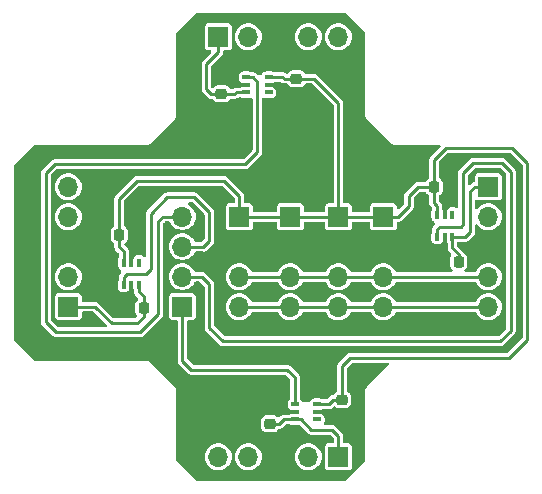
<source format=gbr>
%TF.GenerationSoftware,KiCad,Pcbnew,8.0.2*%
%TF.CreationDate,2024-06-10T10:52:32+02:00*%
%TF.ProjectId,Bag plane,42616720-706c-4616-9e65-2e6b69636164,rev?*%
%TF.SameCoordinates,Original*%
%TF.FileFunction,Copper,L2,Bot*%
%TF.FilePolarity,Positive*%
%FSLAX46Y46*%
G04 Gerber Fmt 4.6, Leading zero omitted, Abs format (unit mm)*
G04 Created by KiCad (PCBNEW 8.0.2) date 2024-06-10 10:52:32*
%MOMM*%
%LPD*%
G01*
G04 APERTURE LIST*
G04 Aperture macros list*
%AMRoundRect*
0 Rectangle with rounded corners*
0 $1 Rounding radius*
0 $2 $3 $4 $5 $6 $7 $8 $9 X,Y pos of 4 corners*
0 Add a 4 corners polygon primitive as box body*
4,1,4,$2,$3,$4,$5,$6,$7,$8,$9,$2,$3,0*
0 Add four circle primitives for the rounded corners*
1,1,$1+$1,$2,$3*
1,1,$1+$1,$4,$5*
1,1,$1+$1,$6,$7*
1,1,$1+$1,$8,$9*
0 Add four rect primitives between the rounded corners*
20,1,$1+$1,$2,$3,$4,$5,0*
20,1,$1+$1,$4,$5,$6,$7,0*
20,1,$1+$1,$6,$7,$8,$9,0*
20,1,$1+$1,$8,$9,$2,$3,0*%
G04 Aperture macros list end*
%TA.AperFunction,ComponentPad*%
%ADD10R,1.700000X1.700000*%
%TD*%
%TA.AperFunction,ComponentPad*%
%ADD11O,1.700000X1.700000*%
%TD*%
%TA.AperFunction,SMDPad,CuDef*%
%ADD12RoundRect,0.100000X0.100000X-0.225000X0.100000X0.225000X-0.100000X0.225000X-0.100000X-0.225000X0*%
%TD*%
%TA.AperFunction,SMDPad,CuDef*%
%ADD13RoundRect,0.225000X0.225000X0.250000X-0.225000X0.250000X-0.225000X-0.250000X0.225000X-0.250000X0*%
%TD*%
%TA.AperFunction,SMDPad,CuDef*%
%ADD14RoundRect,0.100000X-0.225000X-0.100000X0.225000X-0.100000X0.225000X0.100000X-0.225000X0.100000X0*%
%TD*%
%TA.AperFunction,SMDPad,CuDef*%
%ADD15RoundRect,0.225000X-0.250000X0.225000X-0.250000X-0.225000X0.250000X-0.225000X0.250000X0.225000X0*%
%TD*%
%TA.AperFunction,SMDPad,CuDef*%
%ADD16RoundRect,0.225000X-0.225000X-0.250000X0.225000X-0.250000X0.225000X0.250000X-0.225000X0.250000X0*%
%TD*%
%TA.AperFunction,SMDPad,CuDef*%
%ADD17RoundRect,0.225000X0.250000X-0.225000X0.250000X0.225000X-0.250000X0.225000X-0.250000X-0.225000X0*%
%TD*%
%TA.AperFunction,Conductor*%
%ADD18C,0.254000*%
%TD*%
G04 APERTURE END LIST*
D10*
%TO.P,J7,1,Pin_1*%
%TO.N,/VCC J7*%
X145796000Y-71120000D03*
D11*
%TO.P,J7,2,Pin_2*%
%TO.N,unconnected-(J7-Pin_2-Pad2)*%
X145796000Y-73660000D03*
%TO.P,J7,3,Pin_3*%
%TO.N,GND*%
X145796000Y-76200000D03*
%TO.P,J7,4,Pin_4*%
%TO.N,/SDA*%
X145796000Y-78740000D03*
%TO.P,J7,5,Pin_5*%
%TO.N,/SCL*%
X145796000Y-81280000D03*
%TD*%
D10*
%TO.P,J2,1,Pin_1*%
%TO.N,/VCC J2*%
X110236000Y-81275000D03*
D11*
%TO.P,J2,2,Pin_2*%
%TO.N,unconnected-(J2-Pin_2-Pad2)*%
X110236000Y-78735000D03*
%TO.P,J2,3,Pin_3*%
%TO.N,GND*%
X110236000Y-76195000D03*
%TO.P,J2,4,Pin_4*%
%TO.N,/SDA*%
X110236000Y-73655000D03*
%TO.P,J2,5,Pin_5*%
%TO.N,/SCL*%
X110236000Y-71115000D03*
%TD*%
D10*
%TO.P,J4,1,Pin_1*%
%TO.N,/VCC*%
X129032000Y-73660000D03*
D11*
%TO.P,J4,2,Pin_2*%
%TO.N,GND*%
X129032000Y-76200000D03*
%TO.P,J4,3,Pin_3*%
%TO.N,/SDA*%
X129032000Y-78740000D03*
%TO.P,J4,4,Pin_4*%
%TO.N,/SCL*%
X129032000Y-81280000D03*
%TD*%
D10*
%TO.P,J5,1,Pin_1*%
%TO.N,/VCC*%
X133096000Y-73670000D03*
D11*
%TO.P,J5,2,Pin_2*%
%TO.N,GND*%
X133096000Y-76210000D03*
%TO.P,J5,3,Pin_3*%
%TO.N,/SDA*%
X133096000Y-78750000D03*
%TO.P,J5,4,Pin_4*%
%TO.N,/SCL*%
X133096000Y-81290000D03*
%TD*%
D10*
%TO.P,J6,1,Pin_1*%
%TO.N,/VCC*%
X136906000Y-73660000D03*
D11*
%TO.P,J6,2,Pin_2*%
%TO.N,GND*%
X136906000Y-76200000D03*
%TO.P,J6,3,Pin_3*%
%TO.N,/SDA*%
X136906000Y-78740000D03*
%TO.P,J6,4,Pin_4*%
%TO.N,/SCL*%
X136906000Y-81280000D03*
%TD*%
D10*
%TO.P,J9,1,Pin_1*%
%TO.N,4*%
X119888000Y-81270000D03*
D11*
%TO.P,J9,2,Pin_2*%
%TO.N,3*%
X119888000Y-78730000D03*
%TO.P,J9,3,Pin_3*%
%TO.N,2*%
X119888000Y-76190000D03*
%TO.P,J9,4,Pin_4*%
%TO.N,1*%
X119888000Y-73650000D03*
%TD*%
D10*
%TO.P,J1,1,Pin_1*%
%TO.N,/VCC J1*%
X122936000Y-58420000D03*
D11*
%TO.P,J1,2,Pin_2*%
%TO.N,unconnected-(J1-Pin_2-Pad2)*%
X125476000Y-58420000D03*
%TO.P,J1,3,Pin_3*%
%TO.N,GND*%
X128016000Y-58420000D03*
%TO.P,J1,4,Pin_4*%
%TO.N,/SDA*%
X130556000Y-58420000D03*
%TO.P,J1,5,Pin_5*%
%TO.N,/SCL*%
X133096000Y-58420000D03*
%TD*%
D10*
%TO.P,J3,1,Pin_1*%
%TO.N,/VCC*%
X124714000Y-73660000D03*
D11*
%TO.P,J3,2,Pin_2*%
%TO.N,GND*%
X124714000Y-76200000D03*
%TO.P,J3,3,Pin_3*%
%TO.N,/SDA*%
X124714000Y-78740000D03*
%TO.P,J3,4,Pin_4*%
%TO.N,/SCL*%
X124714000Y-81280000D03*
%TD*%
D10*
%TO.P,J8,1,Pin_1*%
%TO.N,/VCC J8*%
X133096000Y-93980000D03*
D11*
%TO.P,J8,2,Pin_2*%
%TO.N,unconnected-(J8-Pin_2-Pad2)*%
X130556000Y-93980000D03*
%TO.P,J8,3,Pin_3*%
%TO.N,GND*%
X128016000Y-93980000D03*
%TO.P,J8,4,Pin_4*%
%TO.N,/SDA*%
X125476000Y-93980000D03*
%TO.P,J8,5,Pin_5*%
%TO.N,/SCL*%
X122936000Y-93980000D03*
%TD*%
D12*
%TO.P,U4,1,OUT*%
%TO.N,/VCC J2*%
X116220000Y-79436000D03*
%TO.P,U4,2,GND*%
%TO.N,GND*%
X115570000Y-79436000D03*
%TO.P,U4,3,EN*%
%TO.N,2*%
X114920000Y-79436000D03*
%TO.P,U4,4,IN*%
%TO.N,/VCC*%
X114920000Y-77536000D03*
%TO.P,U4,5,GND*%
%TO.N,GND*%
X115570000Y-77536000D03*
%TO.P,U4,6,N/C*%
%TO.N,unconnected-(U4-N{slash}C-Pad6)*%
X116220000Y-77536000D03*
%TD*%
D13*
%TO.P,C2,1*%
%TO.N,/VCC J2*%
X116599000Y-81407000D03*
%TO.P,C2,2*%
%TO.N,GND*%
X115049000Y-81407000D03*
%TD*%
D12*
%TO.P,U2,1,OUT*%
%TO.N,/VCC J7*%
X142748000Y-75372000D03*
%TO.P,U2,2,GND*%
%TO.N,GND*%
X142098000Y-75372000D03*
%TO.P,U2,3,EN*%
%TO.N,3*%
X141448000Y-75372000D03*
%TO.P,U2,4,IN*%
%TO.N,/VCC*%
X141448000Y-73472000D03*
%TO.P,U2,5,GND*%
%TO.N,GND*%
X142098000Y-73472000D03*
%TO.P,U2,6,N/C*%
%TO.N,unconnected-(U2-N{slash}C-Pad6)*%
X142748000Y-73472000D03*
%TD*%
D14*
%TO.P,U1,1,OUT*%
%TO.N,/VCC J8*%
X129418000Y-90820000D03*
%TO.P,U1,2,GND*%
%TO.N,GND*%
X129418000Y-90170000D03*
%TO.P,U1,3,EN*%
%TO.N,4*%
X129418000Y-89520000D03*
%TO.P,U1,4,IN*%
%TO.N,/VCC*%
X131318000Y-89520000D03*
%TO.P,U1,5,GND*%
%TO.N,GND*%
X131318000Y-90170000D03*
%TO.P,U1,6,N/C*%
%TO.N,unconnected-(U1-N{slash}C-Pad6)*%
X131318000Y-90820000D03*
%TD*%
D13*
%TO.P,C7,1*%
%TO.N,GND*%
X116091000Y-75184000D03*
%TO.P,C7,2*%
%TO.N,/VCC*%
X114541000Y-75184000D03*
%TD*%
D15*
%TO.P,C5,1*%
%TO.N,/VCC*%
X129540000Y-61963000D03*
%TO.P,C5,2*%
%TO.N,GND*%
X129540000Y-63513000D03*
%TD*%
D14*
%TO.P,U3,1,OUT*%
%TO.N,/VCC J1*%
X125288000Y-63134000D03*
%TO.P,U3,2,GND*%
%TO.N,GND*%
X125288000Y-62484000D03*
%TO.P,U3,3,EN*%
%TO.N,1*%
X125288000Y-61834000D03*
%TO.P,U3,4,IN*%
%TO.N,/VCC*%
X127188000Y-61834000D03*
%TO.P,U3,5,GND*%
%TO.N,GND*%
X127188000Y-62484000D03*
%TO.P,U3,6,N/C*%
%TO.N,unconnected-(U3-N{slash}C-Pad6)*%
X127188000Y-63134000D03*
%TD*%
D16*
%TO.P,C4,1*%
%TO.N,GND*%
X141719000Y-77470000D03*
%TO.P,C4,2*%
%TO.N,/VCC J7*%
X143269000Y-77470000D03*
%TD*%
D15*
%TO.P,C3,1*%
%TO.N,GND*%
X127320000Y-89636000D03*
%TO.P,C3,2*%
%TO.N,/VCC J8*%
X127320000Y-91186000D03*
%TD*%
D17*
%TO.P,C1,1*%
%TO.N,/VCC J1*%
X123190000Y-63259000D03*
%TO.P,C1,2*%
%TO.N,GND*%
X123190000Y-61709000D03*
%TD*%
D15*
%TO.P,C6,1*%
%TO.N,/VCC*%
X133416000Y-89141000D03*
%TO.P,C6,2*%
%TO.N,GND*%
X133416000Y-90691000D03*
%TD*%
D13*
%TO.P,C8,1*%
%TO.N,GND*%
X142761000Y-71120000D03*
%TO.P,C8,2*%
%TO.N,/VCC*%
X141211000Y-71120000D03*
%TD*%
D18*
%TO.N,/VCC*%
X134112000Y-85598000D02*
X147574000Y-85598000D01*
X138176000Y-73660000D02*
X139065000Y-72771000D01*
X147574000Y-85598000D02*
X149098000Y-84074000D01*
X114920000Y-76566000D02*
X114920000Y-77536000D01*
X136906000Y-73660000D02*
X138176000Y-73660000D01*
X129032000Y-73660000D02*
X133086000Y-73660000D01*
X139065000Y-71882000D02*
X139827000Y-71120000D01*
X132667000Y-89141000D02*
X132288000Y-89520000D01*
X124714000Y-71882000D02*
X123444000Y-70612000D01*
X124714000Y-73660000D02*
X129032000Y-73660000D01*
X114541000Y-72149000D02*
X114541000Y-75184000D01*
X114541000Y-75184000D02*
X114541000Y-76187000D01*
X128382000Y-61834000D02*
X127188000Y-61834000D01*
X139827000Y-71120000D02*
X141211000Y-71120000D01*
X116078000Y-70612000D02*
X114541000Y-72149000D01*
X128511000Y-61963000D02*
X128382000Y-61834000D01*
X141211000Y-71120000D02*
X141211000Y-72504000D01*
X133086000Y-73660000D02*
X133096000Y-73670000D01*
X141211000Y-72504000D02*
X141448000Y-72741000D01*
X133416000Y-89141000D02*
X133416000Y-86294000D01*
X114541000Y-76187000D02*
X114920000Y-76566000D01*
X139065000Y-72771000D02*
X139065000Y-71882000D01*
X133096000Y-73670000D02*
X133340000Y-73670000D01*
X132288000Y-89520000D02*
X131318000Y-89520000D01*
X141211000Y-68847000D02*
X141211000Y-71120000D01*
X133416000Y-89141000D02*
X132667000Y-89141000D01*
X124714000Y-73660000D02*
X124714000Y-71882000D01*
X131051000Y-61963000D02*
X133096000Y-64008000D01*
X141448000Y-72741000D02*
X141448000Y-73472000D01*
X123444000Y-70612000D02*
X116078000Y-70612000D01*
X129540000Y-61963000D02*
X128511000Y-61963000D01*
X142240000Y-67818000D02*
X141211000Y-68847000D01*
X133340000Y-73670000D02*
X133350000Y-73660000D01*
X133096000Y-64008000D02*
X133096000Y-73670000D01*
X149098000Y-84074000D02*
X149098000Y-69088000D01*
X149098000Y-69088000D02*
X147828000Y-67818000D01*
X133350000Y-73660000D02*
X136906000Y-73660000D01*
X147828000Y-67818000D02*
X142240000Y-67818000D01*
X129540000Y-61963000D02*
X131051000Y-61963000D01*
X133416000Y-86294000D02*
X134112000Y-85598000D01*
%TO.N,/SDA*%
X124714000Y-78740000D02*
X129032000Y-78740000D01*
X129032000Y-78740000D02*
X133086000Y-78740000D01*
X133086000Y-78740000D02*
X133096000Y-78750000D01*
X136896000Y-78750000D02*
X136906000Y-78740000D01*
X145796000Y-78740000D02*
X136906000Y-78740000D01*
X133096000Y-78750000D02*
X136896000Y-78750000D01*
%TO.N,/SCL*%
X136896000Y-81290000D02*
X136906000Y-81280000D01*
X136906000Y-81280000D02*
X145796000Y-81280000D01*
X124714000Y-81280000D02*
X129032000Y-81280000D01*
X133086000Y-81280000D02*
X133096000Y-81290000D01*
X129032000Y-81280000D02*
X133086000Y-81280000D01*
X133096000Y-81290000D02*
X136896000Y-81290000D01*
%TO.N,3*%
X147701000Y-83312000D02*
X146812000Y-84201000D01*
X141448000Y-75372000D02*
X141448000Y-74722000D01*
X143637000Y-69977000D02*
X144526000Y-69088000D01*
X122174000Y-79375000D02*
X121529000Y-78730000D01*
X144526000Y-69088000D02*
X146939000Y-69088000D01*
X141680000Y-74490000D02*
X143440000Y-74490000D01*
X143637000Y-74293000D02*
X143637000Y-69977000D01*
X123317000Y-84201000D02*
X122174000Y-83058000D01*
X121529000Y-78730000D02*
X119888000Y-78730000D01*
X122174000Y-83058000D02*
X122174000Y-79375000D01*
X141448000Y-74722000D02*
X141680000Y-74490000D01*
X146812000Y-84201000D02*
X123317000Y-84201000D01*
X146939000Y-69088000D02*
X147701000Y-69850000D01*
X143440000Y-74490000D02*
X143637000Y-74293000D01*
X147701000Y-69850000D02*
X147701000Y-83312000D01*
%TO.N,2*%
X117221000Y-73406000D02*
X118618000Y-72009000D01*
X121666000Y-76200000D02*
X121656000Y-76190000D01*
X122174000Y-73279000D02*
X122174000Y-75692000D01*
X118618000Y-72009000D02*
X120904000Y-72009000D01*
X115189000Y-78486000D02*
X116840000Y-78486000D01*
X116840000Y-78486000D02*
X117221000Y-78105000D01*
X121656000Y-76190000D02*
X119888000Y-76190000D01*
X114920000Y-79436000D02*
X114920000Y-78755000D01*
X114920000Y-78755000D02*
X115189000Y-78486000D01*
X117221000Y-78105000D02*
X117221000Y-73406000D01*
X120904000Y-72009000D02*
X122174000Y-73279000D01*
X122174000Y-75692000D02*
X121666000Y-76200000D01*
%TO.N,1*%
X117856000Y-74041000D02*
X118247000Y-73650000D01*
X116332000Y-83439000D02*
X117856000Y-81915000D01*
X109220000Y-83439000D02*
X116332000Y-83439000D01*
X125288000Y-61834000D02*
X125842000Y-61834000D01*
X117856000Y-81915000D02*
X117856000Y-74041000D01*
X109093000Y-69215000D02*
X108331000Y-69977000D01*
X118247000Y-73650000D02*
X119888000Y-73650000D01*
X125222000Y-69215000D02*
X109093000Y-69215000D01*
X108331000Y-69977000D02*
X108331000Y-82550000D01*
X126238000Y-62230000D02*
X126238000Y-68199000D01*
X108331000Y-82550000D02*
X109220000Y-83439000D01*
X126238000Y-68199000D02*
X125222000Y-69215000D01*
X125842000Y-61834000D02*
X126238000Y-62230000D01*
%TO.N,4*%
X129418000Y-87254000D02*
X128778000Y-86614000D01*
X120650000Y-86614000D02*
X119888000Y-85852000D01*
X119888000Y-85852000D02*
X119888000Y-81270000D01*
X129418000Y-89520000D02*
X129418000Y-87254000D01*
X128778000Y-86614000D02*
X120650000Y-86614000D01*
%TO.N,/VCC J1*%
X125288000Y-63134000D02*
X124445000Y-63134000D01*
X124445000Y-63134000D02*
X124320000Y-63259000D01*
X124320000Y-63259000D02*
X123190000Y-63259000D01*
X123190000Y-63259000D02*
X122314000Y-63259000D01*
X121920000Y-62865000D02*
X121920000Y-60706000D01*
X121920000Y-60706000D02*
X122936000Y-59690000D01*
X122314000Y-63259000D02*
X121920000Y-62865000D01*
X122936000Y-59690000D02*
X122936000Y-58420000D01*
%TO.N,/VCC J2*%
X116599000Y-82156000D02*
X116078000Y-82677000D01*
X116220000Y-79436000D02*
X116220000Y-80025000D01*
X113919000Y-82677000D02*
X112517000Y-81275000D01*
X112517000Y-81275000D02*
X110236000Y-81275000D01*
X116599000Y-80404000D02*
X116599000Y-81407000D01*
X116078000Y-82677000D02*
X113919000Y-82677000D01*
X116220000Y-80025000D02*
X116599000Y-80404000D01*
X116599000Y-81407000D02*
X116599000Y-82156000D01*
%TO.N,/VCC J8*%
X128082000Y-91186000D02*
X128448000Y-90820000D01*
X132588000Y-91694000D02*
X133096000Y-92202000D01*
X133096000Y-92202000D02*
X133096000Y-93980000D01*
X129418000Y-90820000D02*
X129936000Y-90820000D01*
X129936000Y-90820000D02*
X130810000Y-91694000D01*
X127320000Y-91186000D02*
X128082000Y-91186000D01*
X130810000Y-91694000D02*
X132588000Y-91694000D01*
X128448000Y-90820000D02*
X129418000Y-90820000D01*
%TO.N,/VCC J7*%
X144272000Y-71501000D02*
X144653000Y-71120000D01*
X142748000Y-76327000D02*
X142748000Y-75372000D01*
X143269000Y-76848000D02*
X142748000Y-76327000D01*
X143269000Y-77470000D02*
X143269000Y-76848000D01*
X142748000Y-75372000D02*
X143830000Y-75372000D01*
X144653000Y-71120000D02*
X145796000Y-71120000D01*
X143830000Y-75372000D02*
X144272000Y-74930000D01*
X144272000Y-74930000D02*
X144272000Y-71501000D01*
%TD*%
%TA.AperFunction,Conductor*%
%TO.N,GND*%
G36*
X133695049Y-56408185D02*
G01*
X133715691Y-56424819D01*
X135345181Y-58054309D01*
X135378666Y-58115632D01*
X135381500Y-58141990D01*
X135381500Y-65122944D01*
X135416153Y-65252275D01*
X135449626Y-65310250D01*
X135483099Y-65368227D01*
X137577773Y-67462901D01*
X137577776Y-67462902D01*
X137577779Y-67462905D01*
X137628863Y-67492398D01*
X137628864Y-67492399D01*
X137628865Y-67492399D01*
X137693726Y-67529847D01*
X137823055Y-67564500D01*
X141618694Y-67564500D01*
X141685733Y-67584185D01*
X141731488Y-67636989D01*
X141741432Y-67706147D01*
X141712407Y-67769703D01*
X141706375Y-67776181D01*
X140885400Y-68597155D01*
X140885396Y-68597160D01*
X140831829Y-68689941D01*
X140831830Y-68689941D01*
X140831830Y-68689942D01*
X140804100Y-68793431D01*
X140804100Y-70314569D01*
X140784415Y-70381608D01*
X140747724Y-70415769D01*
X140748638Y-70416989D01*
X140625308Y-70509311D01*
X140538305Y-70625536D01*
X140538301Y-70625542D01*
X140535731Y-70632435D01*
X140493859Y-70688368D01*
X140428395Y-70712784D01*
X140419550Y-70713100D01*
X139880570Y-70713100D01*
X139773430Y-70713100D01*
X139704438Y-70731586D01*
X139669942Y-70740830D01*
X139577157Y-70794398D01*
X138739398Y-71632157D01*
X138685828Y-71724945D01*
X138681233Y-71742098D01*
X138681233Y-71742100D01*
X138659226Y-71824231D01*
X138658100Y-71828432D01*
X138658100Y-72551094D01*
X138638415Y-72618133D01*
X138621781Y-72638775D01*
X138247581Y-73012975D01*
X138186258Y-73046460D01*
X138116566Y-73041476D01*
X138060633Y-72999604D01*
X138036216Y-72934140D01*
X138035900Y-72925294D01*
X138035900Y-72768212D01*
X138035900Y-72768210D01*
X138033185Y-72744807D01*
X137990916Y-72649079D01*
X137990914Y-72649077D01*
X137990914Y-72649076D01*
X137916923Y-72575085D01*
X137821194Y-72532815D01*
X137797793Y-72530100D01*
X137797790Y-72530100D01*
X136014210Y-72530100D01*
X136014206Y-72530100D01*
X135990805Y-72532815D01*
X135895076Y-72575085D01*
X135821085Y-72649076D01*
X135778815Y-72744805D01*
X135776100Y-72768206D01*
X135776100Y-73129100D01*
X135756415Y-73196139D01*
X135703611Y-73241894D01*
X135652100Y-73253100D01*
X134349900Y-73253100D01*
X134282861Y-73233415D01*
X134237106Y-73180611D01*
X134225900Y-73129100D01*
X134225900Y-72778212D01*
X134225900Y-72778210D01*
X134223185Y-72754807D01*
X134180916Y-72659079D01*
X134180914Y-72659077D01*
X134180914Y-72659076D01*
X134106923Y-72585085D01*
X134104334Y-72583942D01*
X134069537Y-72568577D01*
X134011194Y-72542815D01*
X133987793Y-72540100D01*
X133987790Y-72540100D01*
X133626900Y-72540100D01*
X133559861Y-72520415D01*
X133514106Y-72467611D01*
X133502900Y-72416100D01*
X133502900Y-63954430D01*
X133496808Y-63931697D01*
X133496807Y-63931695D01*
X133496807Y-63931694D01*
X133475170Y-63850943D01*
X133421601Y-63758157D01*
X131300843Y-61637399D01*
X131208058Y-61583830D01*
X131208059Y-61583830D01*
X131182186Y-61576897D01*
X131104570Y-61556100D01*
X131104569Y-61556100D01*
X131104567Y-61556100D01*
X130345430Y-61556100D01*
X130278391Y-61536415D01*
X130244231Y-61499724D01*
X130243011Y-61500638D01*
X130150690Y-61377309D01*
X130073351Y-61319415D01*
X130034461Y-61290303D01*
X130034458Y-61290301D01*
X130034455Y-61290300D01*
X129898434Y-61239566D01*
X129898429Y-61239565D01*
X129838310Y-61233100D01*
X129838294Y-61233100D01*
X129241706Y-61233100D01*
X129241689Y-61233100D01*
X129181570Y-61239565D01*
X129181565Y-61239566D01*
X129045544Y-61290300D01*
X129045536Y-61290305D01*
X128929309Y-61377309D01*
X128836989Y-61500638D01*
X128835445Y-61499482D01*
X128794000Y-61540931D01*
X128734570Y-61556100D01*
X128730906Y-61556100D01*
X128663867Y-61536415D01*
X128643225Y-61519781D01*
X128631844Y-61508400D01*
X128631843Y-61508399D01*
X128539058Y-61454830D01*
X128539059Y-61454830D01*
X128513186Y-61447897D01*
X128435570Y-61427100D01*
X128435569Y-61427100D01*
X128435567Y-61427100D01*
X127678901Y-61427100D01*
X127624440Y-61414500D01*
X127522897Y-61364858D01*
X127449055Y-61354100D01*
X127449054Y-61354100D01*
X126926946Y-61354100D01*
X126926945Y-61354100D01*
X126853102Y-61364858D01*
X126739195Y-61420544D01*
X126649544Y-61510195D01*
X126621806Y-61566935D01*
X126574678Y-61618517D01*
X126509753Y-61636472D01*
X126269361Y-61635206D01*
X126202426Y-61615169D01*
X126182333Y-61598889D01*
X126091844Y-61508400D01*
X126091843Y-61508399D01*
X125999058Y-61454830D01*
X125999059Y-61454830D01*
X125973186Y-61447897D01*
X125895570Y-61427100D01*
X125895569Y-61427100D01*
X125895567Y-61427100D01*
X125778901Y-61427100D01*
X125724440Y-61414500D01*
X125622897Y-61364858D01*
X125549055Y-61354100D01*
X125549054Y-61354100D01*
X125026946Y-61354100D01*
X125026945Y-61354100D01*
X124953102Y-61364858D01*
X124839195Y-61420544D01*
X124749544Y-61510195D01*
X124693858Y-61624102D01*
X124683100Y-61697945D01*
X124683100Y-61970054D01*
X124693858Y-62043897D01*
X124749544Y-62157804D01*
X124839195Y-62247455D01*
X124953102Y-62303141D01*
X125026945Y-62313900D01*
X125026946Y-62313900D01*
X125156000Y-62313900D01*
X125223039Y-62333585D01*
X125268794Y-62386389D01*
X125280000Y-62437900D01*
X125280000Y-62530100D01*
X125260315Y-62597139D01*
X125207511Y-62642894D01*
X125156000Y-62654100D01*
X125026945Y-62654100D01*
X124953102Y-62664858D01*
X124851560Y-62714500D01*
X124797099Y-62727100D01*
X124498570Y-62727100D01*
X124391431Y-62727100D01*
X124313815Y-62747897D01*
X124287942Y-62754830D01*
X124195157Y-62808398D01*
X124195155Y-62808400D01*
X124187775Y-62815781D01*
X124126452Y-62849266D01*
X124100094Y-62852100D01*
X123995430Y-62852100D01*
X123928391Y-62832415D01*
X123894231Y-62795724D01*
X123893011Y-62796638D01*
X123800690Y-62673309D01*
X123698936Y-62597139D01*
X123684461Y-62586303D01*
X123684458Y-62586301D01*
X123684455Y-62586300D01*
X123548434Y-62535566D01*
X123548429Y-62535565D01*
X123488310Y-62529100D01*
X123488294Y-62529100D01*
X122891706Y-62529100D01*
X122891689Y-62529100D01*
X122831570Y-62535565D01*
X122831565Y-62535566D01*
X122695544Y-62586300D01*
X122695536Y-62586305D01*
X122579310Y-62673308D01*
X122550167Y-62712240D01*
X122494233Y-62754111D01*
X122424542Y-62759095D01*
X122363219Y-62725610D01*
X122329734Y-62664287D01*
X122326900Y-62637929D01*
X122326900Y-60925906D01*
X122346585Y-60858867D01*
X122363219Y-60838225D01*
X122745289Y-60456155D01*
X123261601Y-59939843D01*
X123315170Y-59847058D01*
X123342900Y-59743570D01*
X123342900Y-59673900D01*
X123362585Y-59606861D01*
X123415389Y-59561106D01*
X123466900Y-59549900D01*
X123827788Y-59549900D01*
X123827790Y-59549900D01*
X123851193Y-59547185D01*
X123946921Y-59504916D01*
X124020916Y-59430921D01*
X124063185Y-59335193D01*
X124065900Y-59311790D01*
X124065900Y-58419999D01*
X124341259Y-58419999D01*
X124341259Y-58420000D01*
X124360579Y-58628507D01*
X124417885Y-58829913D01*
X124417890Y-58829926D01*
X124511224Y-59017364D01*
X124637418Y-59184472D01*
X124637421Y-59184475D01*
X124792165Y-59325542D01*
X124792167Y-59325544D01*
X124970198Y-59435776D01*
X124970199Y-59435776D01*
X124970202Y-59435778D01*
X125165463Y-59511423D01*
X125371299Y-59549900D01*
X125371301Y-59549900D01*
X125580699Y-59549900D01*
X125580701Y-59549900D01*
X125786537Y-59511423D01*
X125981798Y-59435778D01*
X126159834Y-59325543D01*
X126314584Y-59184470D01*
X126440776Y-59017364D01*
X126534114Y-58829916D01*
X126591420Y-58628508D01*
X126610741Y-58420000D01*
X126610741Y-58419999D01*
X129421259Y-58419999D01*
X129421259Y-58420000D01*
X129440579Y-58628507D01*
X129497885Y-58829913D01*
X129497890Y-58829926D01*
X129591224Y-59017364D01*
X129717418Y-59184472D01*
X129717421Y-59184475D01*
X129872165Y-59325542D01*
X129872167Y-59325544D01*
X130050198Y-59435776D01*
X130050199Y-59435776D01*
X130050202Y-59435778D01*
X130245463Y-59511423D01*
X130451299Y-59549900D01*
X130451301Y-59549900D01*
X130660699Y-59549900D01*
X130660701Y-59549900D01*
X130866537Y-59511423D01*
X131061798Y-59435778D01*
X131239834Y-59325543D01*
X131394584Y-59184470D01*
X131520776Y-59017364D01*
X131614114Y-58829916D01*
X131671420Y-58628508D01*
X131690741Y-58420000D01*
X131690741Y-58419999D01*
X131961259Y-58419999D01*
X131961259Y-58420000D01*
X131980579Y-58628507D01*
X132037885Y-58829913D01*
X132037890Y-58829926D01*
X132131224Y-59017364D01*
X132257418Y-59184472D01*
X132257421Y-59184475D01*
X132412165Y-59325542D01*
X132412167Y-59325544D01*
X132590198Y-59435776D01*
X132590199Y-59435776D01*
X132590202Y-59435778D01*
X132785463Y-59511423D01*
X132991299Y-59549900D01*
X132991301Y-59549900D01*
X133200699Y-59549900D01*
X133200701Y-59549900D01*
X133406537Y-59511423D01*
X133601798Y-59435778D01*
X133779834Y-59325543D01*
X133934584Y-59184470D01*
X134060776Y-59017364D01*
X134154114Y-58829916D01*
X134211420Y-58628508D01*
X134230741Y-58420000D01*
X134211420Y-58211492D01*
X134154114Y-58010084D01*
X134060776Y-57822636D01*
X133934584Y-57655530D01*
X133934581Y-57655527D01*
X133934578Y-57655524D01*
X133779834Y-57514457D01*
X133779832Y-57514455D01*
X133601801Y-57404223D01*
X133601795Y-57404221D01*
X133406537Y-57328577D01*
X133200701Y-57290100D01*
X132991299Y-57290100D01*
X132785463Y-57328577D01*
X132661981Y-57376414D01*
X132590204Y-57404221D01*
X132590198Y-57404223D01*
X132412167Y-57514455D01*
X132412165Y-57514457D01*
X132257421Y-57655524D01*
X132257418Y-57655527D01*
X132131224Y-57822635D01*
X132037890Y-58010073D01*
X132037885Y-58010086D01*
X131980579Y-58211492D01*
X131961259Y-58419999D01*
X131690741Y-58419999D01*
X131671420Y-58211492D01*
X131614114Y-58010084D01*
X131520776Y-57822636D01*
X131394584Y-57655530D01*
X131394581Y-57655527D01*
X131394578Y-57655524D01*
X131239834Y-57514457D01*
X131239832Y-57514455D01*
X131061801Y-57404223D01*
X131061795Y-57404221D01*
X130866537Y-57328577D01*
X130660701Y-57290100D01*
X130451299Y-57290100D01*
X130245463Y-57328577D01*
X130121981Y-57376414D01*
X130050204Y-57404221D01*
X130050198Y-57404223D01*
X129872167Y-57514455D01*
X129872165Y-57514457D01*
X129717421Y-57655524D01*
X129717418Y-57655527D01*
X129591224Y-57822635D01*
X129497890Y-58010073D01*
X129497885Y-58010086D01*
X129440579Y-58211492D01*
X129421259Y-58419999D01*
X126610741Y-58419999D01*
X126591420Y-58211492D01*
X126534114Y-58010084D01*
X126440776Y-57822636D01*
X126314584Y-57655530D01*
X126314581Y-57655527D01*
X126314578Y-57655524D01*
X126159834Y-57514457D01*
X126159832Y-57514455D01*
X125981801Y-57404223D01*
X125981795Y-57404221D01*
X125786537Y-57328577D01*
X125580701Y-57290100D01*
X125371299Y-57290100D01*
X125165463Y-57328577D01*
X125041981Y-57376414D01*
X124970204Y-57404221D01*
X124970198Y-57404223D01*
X124792167Y-57514455D01*
X124792165Y-57514457D01*
X124637421Y-57655524D01*
X124637418Y-57655527D01*
X124511224Y-57822635D01*
X124417890Y-58010073D01*
X124417885Y-58010086D01*
X124360579Y-58211492D01*
X124341259Y-58419999D01*
X124065900Y-58419999D01*
X124065900Y-57528210D01*
X124063185Y-57504807D01*
X124020916Y-57409079D01*
X124020914Y-57409077D01*
X124020914Y-57409076D01*
X123946923Y-57335085D01*
X123851194Y-57292815D01*
X123827793Y-57290100D01*
X123827790Y-57290100D01*
X122044210Y-57290100D01*
X122044206Y-57290100D01*
X122020805Y-57292815D01*
X121925076Y-57335085D01*
X121851085Y-57409076D01*
X121808815Y-57504805D01*
X121806100Y-57528206D01*
X121806100Y-59311793D01*
X121808815Y-59335194D01*
X121851085Y-59430923D01*
X121925076Y-59504914D01*
X121925077Y-59504914D01*
X121925079Y-59504916D01*
X122020807Y-59547185D01*
X122044210Y-59549900D01*
X122201294Y-59549900D01*
X122268333Y-59569585D01*
X122314088Y-59622389D01*
X122324032Y-59691547D01*
X122295007Y-59755103D01*
X122288975Y-59761581D01*
X121594400Y-60456155D01*
X121594396Y-60456160D01*
X121540829Y-60548941D01*
X121540830Y-60548941D01*
X121540830Y-60548942D01*
X121513100Y-60652431D01*
X121513100Y-62918567D01*
X121513099Y-62918567D01*
X121513100Y-62918570D01*
X121540830Y-63022058D01*
X121594399Y-63114843D01*
X122064157Y-63584601D01*
X122156942Y-63638170D01*
X122260430Y-63665900D01*
X122260431Y-63665900D01*
X122384570Y-63665900D01*
X122451609Y-63685585D01*
X122485768Y-63722275D01*
X122486989Y-63721362D01*
X122579309Y-63844690D01*
X122637203Y-63888027D01*
X122695539Y-63931697D01*
X122695543Y-63931698D01*
X122695544Y-63931699D01*
X122831565Y-63982433D01*
X122831568Y-63982433D01*
X122831572Y-63982435D01*
X122860833Y-63985580D01*
X122891689Y-63988899D01*
X122891706Y-63988900D01*
X123488294Y-63988900D01*
X123488310Y-63988899D01*
X123515157Y-63986011D01*
X123548428Y-63982435D01*
X123548432Y-63982433D01*
X123548434Y-63982433D01*
X123623512Y-63954430D01*
X123684461Y-63931697D01*
X123800690Y-63844690D01*
X123887697Y-63728461D01*
X123887697Y-63728460D01*
X123893011Y-63721362D01*
X123894554Y-63722517D01*
X123936000Y-63681069D01*
X123995430Y-63665900D01*
X124373567Y-63665900D01*
X124373570Y-63665900D01*
X124477058Y-63638170D01*
X124569843Y-63584601D01*
X124577225Y-63577219D01*
X124638548Y-63543734D01*
X124664906Y-63540900D01*
X124797099Y-63540900D01*
X124851560Y-63553500D01*
X124953102Y-63603141D01*
X125026945Y-63613900D01*
X125026946Y-63613900D01*
X125549055Y-63613900D01*
X125567515Y-63611210D01*
X125622898Y-63603141D01*
X125652640Y-63588600D01*
X125721511Y-63576841D01*
X125785808Y-63604183D01*
X125825116Y-63661947D01*
X125831100Y-63700001D01*
X125831100Y-67979094D01*
X125811415Y-68046133D01*
X125794781Y-68066775D01*
X125089775Y-68771781D01*
X125028452Y-68805266D01*
X125002094Y-68808100D01*
X109146570Y-68808100D01*
X109039430Y-68808100D01*
X108970438Y-68826586D01*
X108935942Y-68835830D01*
X108843157Y-68889398D01*
X108005400Y-69727155D01*
X108005396Y-69727160D01*
X107951829Y-69819941D01*
X107951830Y-69819941D01*
X107951830Y-69819942D01*
X107924100Y-69923431D01*
X107924100Y-82603567D01*
X107924099Y-82603567D01*
X107924100Y-82603570D01*
X107951830Y-82707058D01*
X108005399Y-82799843D01*
X108970157Y-83764601D01*
X109062942Y-83818170D01*
X109166430Y-83845900D01*
X109166431Y-83845900D01*
X109166433Y-83845900D01*
X116385567Y-83845900D01*
X116385570Y-83845900D01*
X116489058Y-83818170D01*
X116581843Y-83764601D01*
X118181600Y-82164843D01*
X118183300Y-82161900D01*
X118235170Y-82072057D01*
X118262900Y-81968569D01*
X118262900Y-74260905D01*
X118282585Y-74193866D01*
X118299219Y-74173224D01*
X118379224Y-74093219D01*
X118440547Y-74059734D01*
X118466905Y-74056900D01*
X118751607Y-74056900D01*
X118818646Y-74076585D01*
X118862607Y-74125629D01*
X118923222Y-74247362D01*
X118957833Y-74293194D01*
X119024046Y-74380875D01*
X119049418Y-74414472D01*
X119049421Y-74414475D01*
X119112699Y-74472160D01*
X119200052Y-74551793D01*
X119204165Y-74555542D01*
X119204167Y-74555544D01*
X119382198Y-74665776D01*
X119382199Y-74665776D01*
X119382202Y-74665778D01*
X119577463Y-74741423D01*
X119783299Y-74779900D01*
X119783301Y-74779900D01*
X119992699Y-74779900D01*
X119992701Y-74779900D01*
X120198537Y-74741423D01*
X120393798Y-74665778D01*
X120571834Y-74555543D01*
X120726584Y-74414470D01*
X120852776Y-74247364D01*
X120946114Y-74059916D01*
X121003420Y-73858508D01*
X121022741Y-73650000D01*
X121003420Y-73441492D01*
X120946114Y-73240084D01*
X120942793Y-73233415D01*
X120894835Y-73137102D01*
X120852776Y-73052636D01*
X120726584Y-72885530D01*
X120726581Y-72885527D01*
X120726578Y-72885524D01*
X120571834Y-72744457D01*
X120571832Y-72744455D01*
X120411734Y-72645327D01*
X120365098Y-72593299D01*
X120353994Y-72524317D01*
X120381947Y-72460283D01*
X120440082Y-72421527D01*
X120477011Y-72415900D01*
X120684094Y-72415900D01*
X120751133Y-72435585D01*
X120771775Y-72452219D01*
X121730781Y-73411225D01*
X121764266Y-73472548D01*
X121767100Y-73498906D01*
X121767100Y-75472094D01*
X121747415Y-75539133D01*
X121730781Y-75559775D01*
X121543775Y-75746781D01*
X121482452Y-75780266D01*
X121456094Y-75783100D01*
X121024393Y-75783100D01*
X120957354Y-75763415D01*
X120913393Y-75714371D01*
X120852777Y-75592637D01*
X120761747Y-75472094D01*
X120726584Y-75425530D01*
X120726581Y-75425527D01*
X120726578Y-75425524D01*
X120571834Y-75284457D01*
X120571832Y-75284455D01*
X120393801Y-75174223D01*
X120393795Y-75174221D01*
X120393785Y-75174217D01*
X120198537Y-75098577D01*
X119992701Y-75060100D01*
X119783299Y-75060100D01*
X119577463Y-75098577D01*
X119453981Y-75146414D01*
X119382204Y-75174221D01*
X119382198Y-75174223D01*
X119204167Y-75284455D01*
X119204165Y-75284457D01*
X119049421Y-75425524D01*
X119049418Y-75425527D01*
X118923224Y-75592635D01*
X118829890Y-75780073D01*
X118829885Y-75780086D01*
X118772579Y-75981492D01*
X118753259Y-76189999D01*
X118753259Y-76190000D01*
X118772579Y-76398507D01*
X118829885Y-76599913D01*
X118829890Y-76599926D01*
X118922498Y-76785906D01*
X118923224Y-76787364D01*
X118970585Y-76850081D01*
X119049418Y-76954472D01*
X119049421Y-76954475D01*
X119178374Y-77072030D01*
X119199419Y-77091216D01*
X119204165Y-77095542D01*
X119204167Y-77095544D01*
X119382198Y-77205776D01*
X119382199Y-77205776D01*
X119382202Y-77205778D01*
X119577463Y-77281423D01*
X119783299Y-77319900D01*
X119783301Y-77319900D01*
X119992699Y-77319900D01*
X119992701Y-77319900D01*
X120198537Y-77281423D01*
X120393798Y-77205778D01*
X120571834Y-77095543D01*
X120726584Y-76954470D01*
X120852776Y-76787364D01*
X120853502Y-76785906D01*
X120913393Y-76665629D01*
X120960896Y-76614391D01*
X121024393Y-76596900D01*
X121558785Y-76596900D01*
X121590877Y-76601124D01*
X121612430Y-76606900D01*
X121612432Y-76606900D01*
X121719567Y-76606900D01*
X121719570Y-76606900D01*
X121823058Y-76579170D01*
X121915843Y-76525601D01*
X122499600Y-75941843D01*
X122500574Y-75940157D01*
X122553170Y-75849057D01*
X122580900Y-75745569D01*
X122580900Y-73225431D01*
X122553170Y-73121943D01*
X122553170Y-73121942D01*
X122553170Y-73121941D01*
X122499603Y-73029160D01*
X122499599Y-73029155D01*
X121153844Y-71683400D01*
X121153843Y-71683399D01*
X121061058Y-71629830D01*
X121061059Y-71629830D01*
X121035186Y-71622897D01*
X120957570Y-71602100D01*
X120957569Y-71602100D01*
X118564431Y-71602100D01*
X118564430Y-71602100D01*
X118508235Y-71617157D01*
X118508235Y-71617158D01*
X118460942Y-71629830D01*
X118460940Y-71629830D01*
X118460940Y-71629831D01*
X118368158Y-71683398D01*
X118368155Y-71683400D01*
X116895400Y-73156155D01*
X116895398Y-73156158D01*
X116841830Y-73248941D01*
X116841830Y-73248942D01*
X116821612Y-73324399D01*
X116818933Y-73334397D01*
X116818932Y-73334399D01*
X116814100Y-73352430D01*
X116814100Y-76968478D01*
X116794415Y-77035517D01*
X116741611Y-77081272D01*
X116672453Y-77091216D01*
X116608897Y-77062191D01*
X116602419Y-77056159D01*
X116543804Y-76997544D01*
X116429897Y-76941858D01*
X116356055Y-76931100D01*
X116356054Y-76931100D01*
X116083946Y-76931100D01*
X116083945Y-76931100D01*
X116010102Y-76941858D01*
X115896195Y-76997544D01*
X115806544Y-77087195D01*
X115750858Y-77201102D01*
X115740100Y-77274945D01*
X115740100Y-77416000D01*
X115720415Y-77483039D01*
X115667611Y-77528794D01*
X115616100Y-77540000D01*
X115523900Y-77540000D01*
X115456861Y-77520315D01*
X115411106Y-77467511D01*
X115399900Y-77416000D01*
X115399900Y-77274945D01*
X115389141Y-77201103D01*
X115374761Y-77171689D01*
X115339499Y-77099558D01*
X115326900Y-77045098D01*
X115326900Y-76512431D01*
X115326899Y-76512427D01*
X115325293Y-76506436D01*
X115319298Y-76484058D01*
X115299170Y-76408942D01*
X115245601Y-76316157D01*
X114997661Y-76068217D01*
X114964176Y-76006894D01*
X114969160Y-75937202D01*
X115011031Y-75881270D01*
X115126690Y-75794690D01*
X115213697Y-75678461D01*
X115264435Y-75542428D01*
X115268011Y-75509157D01*
X115270899Y-75482310D01*
X115270900Y-75482293D01*
X115270900Y-74885706D01*
X115270899Y-74885689D01*
X115267580Y-74854833D01*
X115264435Y-74825572D01*
X115264433Y-74825568D01*
X115264433Y-74825565D01*
X115213699Y-74689544D01*
X115213698Y-74689543D01*
X115213697Y-74689539D01*
X115135586Y-74585194D01*
X115126691Y-74573311D01*
X115116315Y-74565544D01*
X115010461Y-74486303D01*
X115010460Y-74486302D01*
X115003362Y-74480989D01*
X115004517Y-74479445D01*
X114963066Y-74437992D01*
X114947900Y-74378569D01*
X114947900Y-72368906D01*
X114967585Y-72301867D01*
X114984219Y-72281225D01*
X116210225Y-71055219D01*
X116271548Y-71021734D01*
X116297906Y-71018900D01*
X123224094Y-71018900D01*
X123291133Y-71038585D01*
X123311775Y-71055219D01*
X124270781Y-72014225D01*
X124304266Y-72075548D01*
X124307100Y-72101906D01*
X124307100Y-72406100D01*
X124287415Y-72473139D01*
X124234611Y-72518894D01*
X124183100Y-72530100D01*
X123822206Y-72530100D01*
X123798805Y-72532815D01*
X123703076Y-72575085D01*
X123629085Y-72649076D01*
X123586815Y-72744805D01*
X123584100Y-72768206D01*
X123584100Y-74551793D01*
X123586815Y-74575194D01*
X123629085Y-74670923D01*
X123703076Y-74744914D01*
X123703077Y-74744914D01*
X123703079Y-74744916D01*
X123798807Y-74787185D01*
X123822210Y-74789900D01*
X123822212Y-74789900D01*
X125605788Y-74789900D01*
X125605790Y-74789900D01*
X125629193Y-74787185D01*
X125724921Y-74744916D01*
X125798916Y-74670921D01*
X125841185Y-74575193D01*
X125843900Y-74551790D01*
X125843900Y-74190900D01*
X125863585Y-74123861D01*
X125916389Y-74078106D01*
X125967900Y-74066900D01*
X127778100Y-74066900D01*
X127845139Y-74086585D01*
X127890894Y-74139389D01*
X127902100Y-74190900D01*
X127902100Y-74551793D01*
X127904815Y-74575194D01*
X127947085Y-74670923D01*
X128021076Y-74744914D01*
X128021077Y-74744914D01*
X128021079Y-74744916D01*
X128116807Y-74787185D01*
X128140210Y-74789900D01*
X128140212Y-74789900D01*
X129923788Y-74789900D01*
X129923790Y-74789900D01*
X129947193Y-74787185D01*
X130042921Y-74744916D01*
X130116916Y-74670921D01*
X130159185Y-74575193D01*
X130161900Y-74551790D01*
X130161900Y-74190900D01*
X130181585Y-74123861D01*
X130234389Y-74078106D01*
X130285900Y-74066900D01*
X131842100Y-74066900D01*
X131909139Y-74086585D01*
X131954894Y-74139389D01*
X131966100Y-74190900D01*
X131966100Y-74561793D01*
X131967655Y-74575193D01*
X131968815Y-74585193D01*
X132006668Y-74670921D01*
X132011085Y-74680923D01*
X132085076Y-74754914D01*
X132085077Y-74754914D01*
X132085079Y-74754916D01*
X132180807Y-74797185D01*
X132204210Y-74799900D01*
X132204212Y-74799900D01*
X133987788Y-74799900D01*
X133987790Y-74799900D01*
X134011193Y-74797185D01*
X134106921Y-74754916D01*
X134180916Y-74680921D01*
X134223185Y-74585193D01*
X134225900Y-74561790D01*
X134225900Y-74190900D01*
X134245585Y-74123861D01*
X134298389Y-74078106D01*
X134349900Y-74066900D01*
X135652100Y-74066900D01*
X135719139Y-74086585D01*
X135764894Y-74139389D01*
X135776100Y-74190900D01*
X135776100Y-74551793D01*
X135778815Y-74575194D01*
X135821085Y-74670923D01*
X135895076Y-74744914D01*
X135895077Y-74744914D01*
X135895079Y-74744916D01*
X135990807Y-74787185D01*
X136014210Y-74789900D01*
X136014212Y-74789900D01*
X137797788Y-74789900D01*
X137797790Y-74789900D01*
X137821193Y-74787185D01*
X137916921Y-74744916D01*
X137990916Y-74670921D01*
X138033185Y-74575193D01*
X138035900Y-74551790D01*
X138035900Y-74190900D01*
X138055585Y-74123861D01*
X138108389Y-74078106D01*
X138159900Y-74066900D01*
X138229567Y-74066900D01*
X138229570Y-74066900D01*
X138333058Y-74039170D01*
X138425843Y-73985601D01*
X139390601Y-73020843D01*
X139444170Y-72928058D01*
X139471900Y-72824570D01*
X139471900Y-72717430D01*
X139471900Y-72101906D01*
X139491585Y-72034867D01*
X139508219Y-72014225D01*
X139959225Y-71563219D01*
X140020548Y-71529734D01*
X140046906Y-71526900D01*
X140419550Y-71526900D01*
X140486589Y-71546585D01*
X140532344Y-71599389D01*
X140535731Y-71607565D01*
X140538301Y-71614457D01*
X140538302Y-71614458D01*
X140538303Y-71614461D01*
X140540322Y-71617158D01*
X140625309Y-71730690D01*
X140748638Y-71823011D01*
X140747482Y-71824554D01*
X140788931Y-71866000D01*
X140804100Y-71925430D01*
X140804100Y-72557567D01*
X140804099Y-72557567D01*
X140807049Y-72568577D01*
X140831830Y-72661058D01*
X140847057Y-72687433D01*
X140885398Y-72753841D01*
X140885400Y-72753844D01*
X141004781Y-72873225D01*
X141038266Y-72934548D01*
X141041100Y-72960906D01*
X141041100Y-72981098D01*
X141028501Y-73035558D01*
X140978858Y-73137103D01*
X140968100Y-73210945D01*
X140968100Y-73733054D01*
X140978858Y-73806897D01*
X141034544Y-73920804D01*
X141124195Y-74010455D01*
X141124194Y-74010455D01*
X141142943Y-74019620D01*
X141180461Y-74037962D01*
X141232042Y-74085087D01*
X141250000Y-74149361D01*
X141250000Y-74293194D01*
X141230315Y-74360233D01*
X141213681Y-74380875D01*
X141122400Y-74472155D01*
X141122396Y-74472160D01*
X141068829Y-74564941D01*
X141068830Y-74564941D01*
X141068830Y-74564942D01*
X141041100Y-74668431D01*
X141041100Y-74881098D01*
X141028501Y-74935558D01*
X140978858Y-75037103D01*
X140968100Y-75110945D01*
X140968100Y-75633054D01*
X140978858Y-75706897D01*
X141034544Y-75820804D01*
X141124195Y-75910455D01*
X141238102Y-75966141D01*
X141311945Y-75976900D01*
X141311946Y-75976900D01*
X141584055Y-75976900D01*
X141620976Y-75971520D01*
X141657898Y-75966141D01*
X141771803Y-75910456D01*
X141861456Y-75820803D01*
X141917141Y-75706898D01*
X141927900Y-75633054D01*
X141927900Y-75494000D01*
X141947585Y-75426961D01*
X142000389Y-75381206D01*
X142051900Y-75370000D01*
X142144100Y-75370000D01*
X142211139Y-75389685D01*
X142256894Y-75442489D01*
X142268100Y-75494000D01*
X142268100Y-75633054D01*
X142278858Y-75706897D01*
X142328500Y-75808440D01*
X142341100Y-75862901D01*
X142341100Y-76380567D01*
X142341099Y-76380567D01*
X142368830Y-76484058D01*
X142422398Y-76576841D01*
X142422400Y-76576844D01*
X142616562Y-76771006D01*
X142650047Y-76832329D01*
X142645063Y-76902021D01*
X142628150Y-76932995D01*
X142596304Y-76975536D01*
X142596300Y-76975544D01*
X142545566Y-77111565D01*
X142545565Y-77111570D01*
X142539100Y-77171689D01*
X142539100Y-77768310D01*
X142545565Y-77828429D01*
X142545566Y-77828434D01*
X142596300Y-77964455D01*
X142596301Y-77964458D01*
X142596303Y-77964461D01*
X142612073Y-77985527D01*
X142683308Y-78080688D01*
X142683309Y-78080688D01*
X142683310Y-78080690D01*
X142703888Y-78096094D01*
X142722240Y-78109832D01*
X142764111Y-78165765D01*
X142769096Y-78235457D01*
X142735612Y-78296780D01*
X142674289Y-78330266D01*
X142647930Y-78333100D01*
X138042393Y-78333100D01*
X137975354Y-78313415D01*
X137931393Y-78264371D01*
X137870777Y-78142637D01*
X137819288Y-78074455D01*
X137744584Y-77975530D01*
X137744581Y-77975527D01*
X137744578Y-77975524D01*
X137589834Y-77834457D01*
X137589832Y-77834455D01*
X137411801Y-77724223D01*
X137411795Y-77724221D01*
X137398894Y-77719223D01*
X137216537Y-77648577D01*
X137010701Y-77610100D01*
X136801299Y-77610100D01*
X136595463Y-77648577D01*
X136471981Y-77696414D01*
X136400204Y-77724221D01*
X136400198Y-77724223D01*
X136222167Y-77834455D01*
X136222165Y-77834457D01*
X136067421Y-77975524D01*
X136067418Y-77975527D01*
X135941224Y-78142635D01*
X135875627Y-78274372D01*
X135828124Y-78325609D01*
X135764627Y-78343100D01*
X134232393Y-78343100D01*
X134165354Y-78323415D01*
X134121393Y-78274371D01*
X134060777Y-78152637D01*
X134006445Y-78080690D01*
X133934584Y-77985530D01*
X133934581Y-77985527D01*
X133934578Y-77985524D01*
X133779834Y-77844457D01*
X133779832Y-77844455D01*
X133601801Y-77734223D01*
X133601795Y-77734221D01*
X133406537Y-77658577D01*
X133200701Y-77620100D01*
X132991299Y-77620100D01*
X132785463Y-77658577D01*
X132661981Y-77706414D01*
X132590204Y-77734221D01*
X132590198Y-77734223D01*
X132412167Y-77844455D01*
X132412165Y-77844457D01*
X132257421Y-77985524D01*
X132257418Y-77985527D01*
X132131225Y-78152633D01*
X132114758Y-78185702D01*
X132075585Y-78264373D01*
X132028085Y-78315608D01*
X131964587Y-78333100D01*
X130168393Y-78333100D01*
X130101354Y-78313415D01*
X130057393Y-78264371D01*
X129996777Y-78142637D01*
X129945288Y-78074455D01*
X129870584Y-77975530D01*
X129870581Y-77975527D01*
X129870578Y-77975524D01*
X129715834Y-77834457D01*
X129715832Y-77834455D01*
X129537801Y-77724223D01*
X129537795Y-77724221D01*
X129524894Y-77719223D01*
X129342537Y-77648577D01*
X129136701Y-77610100D01*
X128927299Y-77610100D01*
X128721463Y-77648577D01*
X128597981Y-77696414D01*
X128526204Y-77724221D01*
X128526198Y-77724223D01*
X128348167Y-77834455D01*
X128348165Y-77834457D01*
X128193421Y-77975524D01*
X128193418Y-77975527D01*
X128067222Y-78142637D01*
X128006607Y-78264371D01*
X127959104Y-78315609D01*
X127895607Y-78333100D01*
X125850393Y-78333100D01*
X125783354Y-78313415D01*
X125739393Y-78264371D01*
X125678777Y-78142637D01*
X125627288Y-78074455D01*
X125552584Y-77975530D01*
X125552581Y-77975527D01*
X125552578Y-77975524D01*
X125397834Y-77834457D01*
X125397832Y-77834455D01*
X125219801Y-77724223D01*
X125219795Y-77724221D01*
X125206894Y-77719223D01*
X125024537Y-77648577D01*
X124818701Y-77610100D01*
X124609299Y-77610100D01*
X124403463Y-77648577D01*
X124279981Y-77696414D01*
X124208204Y-77724221D01*
X124208198Y-77724223D01*
X124030167Y-77834455D01*
X124030165Y-77834457D01*
X123875421Y-77975524D01*
X123875418Y-77975527D01*
X123749224Y-78142635D01*
X123655890Y-78330073D01*
X123655885Y-78330086D01*
X123598579Y-78531492D01*
X123579259Y-78739999D01*
X123579259Y-78740000D01*
X123598579Y-78948507D01*
X123655885Y-79149913D01*
X123655890Y-79149926D01*
X123741290Y-79321431D01*
X123749224Y-79337364D01*
X123871640Y-79499470D01*
X123875418Y-79504472D01*
X123875421Y-79504475D01*
X124030165Y-79645542D01*
X124030167Y-79645544D01*
X124208198Y-79755776D01*
X124208199Y-79755776D01*
X124208202Y-79755778D01*
X124403463Y-79831423D01*
X124609299Y-79869900D01*
X124609301Y-79869900D01*
X124818699Y-79869900D01*
X124818701Y-79869900D01*
X125024537Y-79831423D01*
X125219798Y-79755778D01*
X125397834Y-79645543D01*
X125552584Y-79504470D01*
X125678776Y-79337364D01*
X125686710Y-79321431D01*
X125739393Y-79215629D01*
X125786896Y-79164391D01*
X125850393Y-79146900D01*
X127895607Y-79146900D01*
X127962646Y-79166585D01*
X128006607Y-79215629D01*
X128067222Y-79337362D01*
X128130320Y-79420917D01*
X128189640Y-79499470D01*
X128193418Y-79504472D01*
X128193421Y-79504475D01*
X128348165Y-79645542D01*
X128348167Y-79645544D01*
X128526198Y-79755776D01*
X128526199Y-79755776D01*
X128526202Y-79755778D01*
X128721463Y-79831423D01*
X128927299Y-79869900D01*
X128927301Y-79869900D01*
X129136699Y-79869900D01*
X129136701Y-79869900D01*
X129342537Y-79831423D01*
X129537798Y-79755778D01*
X129715834Y-79645543D01*
X129870584Y-79504470D01*
X129996776Y-79337364D01*
X130004710Y-79321431D01*
X130057393Y-79215629D01*
X130104896Y-79164391D01*
X130168393Y-79146900D01*
X131954627Y-79146900D01*
X132021666Y-79166585D01*
X132065627Y-79215628D01*
X132066780Y-79217943D01*
X132131224Y-79347364D01*
X132249868Y-79504475D01*
X132257418Y-79514472D01*
X132257421Y-79514475D01*
X132412165Y-79655542D01*
X132412167Y-79655544D01*
X132590198Y-79765776D01*
X132590199Y-79765776D01*
X132590202Y-79765778D01*
X132785463Y-79841423D01*
X132991299Y-79879900D01*
X132991301Y-79879900D01*
X133200699Y-79879900D01*
X133200701Y-79879900D01*
X133406537Y-79841423D01*
X133601798Y-79765778D01*
X133779834Y-79655543D01*
X133934584Y-79514470D01*
X134060776Y-79347364D01*
X134121393Y-79225629D01*
X134168896Y-79174391D01*
X134232393Y-79156900D01*
X135774587Y-79156900D01*
X135841626Y-79176585D01*
X135885585Y-79225626D01*
X135936244Y-79327362D01*
X135941225Y-79337366D01*
X136005624Y-79422644D01*
X136063640Y-79499470D01*
X136067418Y-79504472D01*
X136067421Y-79504475D01*
X136222165Y-79645542D01*
X136222167Y-79645544D01*
X136400198Y-79755776D01*
X136400199Y-79755776D01*
X136400202Y-79755778D01*
X136595463Y-79831423D01*
X136801299Y-79869900D01*
X136801301Y-79869900D01*
X137010699Y-79869900D01*
X137010701Y-79869900D01*
X137216537Y-79831423D01*
X137411798Y-79755778D01*
X137589834Y-79645543D01*
X137744584Y-79504470D01*
X137870776Y-79337364D01*
X137878710Y-79321431D01*
X137931393Y-79215629D01*
X137978896Y-79164391D01*
X138042393Y-79146900D01*
X144659607Y-79146900D01*
X144726646Y-79166585D01*
X144770607Y-79215629D01*
X144831222Y-79337362D01*
X144894320Y-79420917D01*
X144953640Y-79499470D01*
X144957418Y-79504472D01*
X144957421Y-79504475D01*
X145112165Y-79645542D01*
X145112167Y-79645544D01*
X145290198Y-79755776D01*
X145290199Y-79755776D01*
X145290202Y-79755778D01*
X145485463Y-79831423D01*
X145691299Y-79869900D01*
X145691301Y-79869900D01*
X145900699Y-79869900D01*
X145900701Y-79869900D01*
X146106537Y-79831423D01*
X146301798Y-79755778D01*
X146479834Y-79645543D01*
X146634584Y-79504470D01*
X146760776Y-79337364D01*
X146854114Y-79149916D01*
X146911420Y-78948508D01*
X146930741Y-78740000D01*
X146911420Y-78531492D01*
X146854114Y-78330084D01*
X146851625Y-78325086D01*
X146773255Y-78167697D01*
X146760776Y-78142636D01*
X146634584Y-77975530D01*
X146634581Y-77975527D01*
X146634578Y-77975524D01*
X146479834Y-77834457D01*
X146479832Y-77834455D01*
X146301801Y-77724223D01*
X146301795Y-77724221D01*
X146288894Y-77719223D01*
X146106537Y-77648577D01*
X145900701Y-77610100D01*
X145691299Y-77610100D01*
X145485463Y-77648577D01*
X145361981Y-77696414D01*
X145290204Y-77724221D01*
X145290198Y-77724223D01*
X145112167Y-77834455D01*
X145112165Y-77834457D01*
X144957421Y-77975524D01*
X144957418Y-77975527D01*
X144831222Y-78142637D01*
X144770607Y-78264371D01*
X144723104Y-78315609D01*
X144659607Y-78333100D01*
X143890070Y-78333100D01*
X143823031Y-78313415D01*
X143777276Y-78260611D01*
X143767332Y-78191453D01*
X143796357Y-78127897D01*
X143815760Y-78109832D01*
X143854690Y-78080690D01*
X143941697Y-77964461D01*
X143967066Y-77896444D01*
X143992433Y-77828434D01*
X143992433Y-77828432D01*
X143992435Y-77828428D01*
X143996011Y-77795157D01*
X143998899Y-77768310D01*
X143998900Y-77768293D01*
X143998900Y-77171706D01*
X143998899Y-77171689D01*
X143995580Y-77140833D01*
X143992435Y-77111572D01*
X143992433Y-77111568D01*
X143992433Y-77111565D01*
X143941699Y-76975544D01*
X143941698Y-76975543D01*
X143941697Y-76975539D01*
X143886663Y-76902021D01*
X143854690Y-76859309D01*
X143738460Y-76772302D01*
X143722260Y-76766260D01*
X143666327Y-76724389D01*
X143656813Y-76704802D01*
X143656333Y-76705080D01*
X143594603Y-76598160D01*
X143594599Y-76598155D01*
X143191219Y-76194775D01*
X143157734Y-76133452D01*
X143154900Y-76107094D01*
X143154900Y-75902900D01*
X143174585Y-75835861D01*
X143227389Y-75790106D01*
X143278900Y-75778900D01*
X143883567Y-75778900D01*
X143883570Y-75778900D01*
X143987058Y-75751170D01*
X144079843Y-75697601D01*
X144597600Y-75179843D01*
X144600483Y-75174850D01*
X144600849Y-75174217D01*
X144651167Y-75087063D01*
X144651169Y-75087058D01*
X144651170Y-75087057D01*
X144678900Y-74983569D01*
X144678900Y-74425620D01*
X144698585Y-74358581D01*
X144751389Y-74312826D01*
X144820547Y-74302882D01*
X144884103Y-74331907D01*
X144901851Y-74350890D01*
X144953642Y-74419472D01*
X144957418Y-74424472D01*
X144957421Y-74424475D01*
X145086374Y-74542030D01*
X145108052Y-74561793D01*
X145112165Y-74565542D01*
X145112167Y-74565544D01*
X145290198Y-74675776D01*
X145290199Y-74675776D01*
X145290202Y-74675778D01*
X145485463Y-74751423D01*
X145691299Y-74789900D01*
X145691301Y-74789900D01*
X145900699Y-74789900D01*
X145900701Y-74789900D01*
X146106537Y-74751423D01*
X146301798Y-74675778D01*
X146479834Y-74565543D01*
X146634584Y-74424470D01*
X146760776Y-74257364D01*
X146854114Y-74069916D01*
X146911420Y-73868508D01*
X146930741Y-73660000D01*
X146911420Y-73451492D01*
X146854114Y-73250084D01*
X146853545Y-73248942D01*
X146790306Y-73121941D01*
X146760776Y-73062636D01*
X146634584Y-72895530D01*
X146634581Y-72895527D01*
X146634578Y-72895524D01*
X146479834Y-72754457D01*
X146479832Y-72754455D01*
X146301801Y-72644223D01*
X146301795Y-72644221D01*
X146288894Y-72639223D01*
X146106537Y-72568577D01*
X145900701Y-72530100D01*
X145691299Y-72530100D01*
X145485463Y-72568577D01*
X145421649Y-72593299D01*
X145290204Y-72644221D01*
X145290198Y-72644223D01*
X145112167Y-72754455D01*
X145112165Y-72754457D01*
X144957421Y-72895524D01*
X144957419Y-72895527D01*
X144957416Y-72895530D01*
X144932852Y-72928058D01*
X144901854Y-72969106D01*
X144845744Y-73010742D01*
X144776032Y-73015433D01*
X144714851Y-72981691D01*
X144681624Y-72920227D01*
X144678900Y-72894379D01*
X144678900Y-72348335D01*
X144698585Y-72281296D01*
X144751389Y-72235541D01*
X144820547Y-72225597D01*
X144852989Y-72234902D01*
X144880805Y-72247184D01*
X144880807Y-72247185D01*
X144904210Y-72249900D01*
X144904212Y-72249900D01*
X146687788Y-72249900D01*
X146687790Y-72249900D01*
X146711193Y-72247185D01*
X146806921Y-72204916D01*
X146880916Y-72130921D01*
X146923185Y-72035193D01*
X146925900Y-72011790D01*
X146925900Y-70228210D01*
X146923185Y-70204807D01*
X146880916Y-70109079D01*
X146880914Y-70109077D01*
X146880914Y-70109076D01*
X146806923Y-70035085D01*
X146711194Y-69992815D01*
X146687793Y-69990100D01*
X146687790Y-69990100D01*
X144904210Y-69990100D01*
X144904206Y-69990100D01*
X144880805Y-69992815D01*
X144785076Y-70035085D01*
X144711085Y-70109076D01*
X144668815Y-70204805D01*
X144666100Y-70228206D01*
X144666100Y-70600088D01*
X144646415Y-70667127D01*
X144593611Y-70712882D01*
X144574201Y-70719860D01*
X144518767Y-70734713D01*
X144495942Y-70740830D01*
X144403159Y-70794398D01*
X144403156Y-70794400D01*
X144403157Y-70794400D01*
X144291065Y-70906492D01*
X144255581Y-70941976D01*
X144194258Y-70975460D01*
X144124566Y-70970476D01*
X144068633Y-70928604D01*
X144044216Y-70863140D01*
X144043900Y-70854294D01*
X144043900Y-70196906D01*
X144063585Y-70129867D01*
X144080219Y-70109225D01*
X144658225Y-69531219D01*
X144719548Y-69497734D01*
X144745906Y-69494900D01*
X146719094Y-69494900D01*
X146786133Y-69514585D01*
X146806775Y-69531219D01*
X147257781Y-69982225D01*
X147291266Y-70043548D01*
X147294100Y-70069906D01*
X147294100Y-83092094D01*
X147274415Y-83159133D01*
X147257781Y-83179775D01*
X146679775Y-83757781D01*
X146618452Y-83791266D01*
X146592094Y-83794100D01*
X123536906Y-83794100D01*
X123469867Y-83774415D01*
X123449225Y-83757781D01*
X122617219Y-82925775D01*
X122583734Y-82864452D01*
X122580900Y-82838094D01*
X122580900Y-81279999D01*
X123579259Y-81279999D01*
X123579259Y-81280000D01*
X123598579Y-81488507D01*
X123655885Y-81689913D01*
X123655890Y-81689926D01*
X123713639Y-81805900D01*
X123749224Y-81877364D01*
X123818098Y-81968569D01*
X123875418Y-82044472D01*
X123875421Y-82044475D01*
X124030165Y-82185542D01*
X124030167Y-82185544D01*
X124208198Y-82295776D01*
X124208199Y-82295776D01*
X124208202Y-82295778D01*
X124403463Y-82371423D01*
X124609299Y-82409900D01*
X124609301Y-82409900D01*
X124818699Y-82409900D01*
X124818701Y-82409900D01*
X125024537Y-82371423D01*
X125219798Y-82295778D01*
X125397834Y-82185543D01*
X125552584Y-82044470D01*
X125678776Y-81877364D01*
X125714361Y-81805900D01*
X125739393Y-81755629D01*
X125786896Y-81704391D01*
X125850393Y-81686900D01*
X127895607Y-81686900D01*
X127962646Y-81706585D01*
X128006607Y-81755629D01*
X128067222Y-81877362D01*
X128130320Y-81960917D01*
X128136098Y-81968569D01*
X128193418Y-82044472D01*
X128193421Y-82044475D01*
X128348165Y-82185542D01*
X128348167Y-82185544D01*
X128526198Y-82295776D01*
X128526199Y-82295776D01*
X128526202Y-82295778D01*
X128721463Y-82371423D01*
X128927299Y-82409900D01*
X128927301Y-82409900D01*
X129136699Y-82409900D01*
X129136701Y-82409900D01*
X129342537Y-82371423D01*
X129537798Y-82295778D01*
X129715834Y-82185543D01*
X129870584Y-82044470D01*
X129996776Y-81877364D01*
X130032361Y-81805900D01*
X130057393Y-81755629D01*
X130104896Y-81704391D01*
X130168393Y-81686900D01*
X131954627Y-81686900D01*
X132021666Y-81706585D01*
X132065627Y-81755628D01*
X132070510Y-81765434D01*
X132131224Y-81887364D01*
X132249868Y-82044475D01*
X132257418Y-82054472D01*
X132257421Y-82054475D01*
X132412165Y-82195542D01*
X132412167Y-82195544D01*
X132590198Y-82305776D01*
X132590199Y-82305776D01*
X132590202Y-82305778D01*
X132785463Y-82381423D01*
X132991299Y-82419900D01*
X132991301Y-82419900D01*
X133200699Y-82419900D01*
X133200701Y-82419900D01*
X133406537Y-82381423D01*
X133601798Y-82305778D01*
X133779834Y-82195543D01*
X133934584Y-82054470D01*
X134060776Y-81887364D01*
X134121393Y-81765629D01*
X134168896Y-81714391D01*
X134232393Y-81696900D01*
X135774587Y-81696900D01*
X135841626Y-81716585D01*
X135885585Y-81765626D01*
X135941223Y-81877362D01*
X135941225Y-81877366D01*
X136005624Y-81962644D01*
X136010098Y-81968569D01*
X136067418Y-82044472D01*
X136067421Y-82044475D01*
X136222165Y-82185542D01*
X136222167Y-82185544D01*
X136400198Y-82295776D01*
X136400199Y-82295776D01*
X136400202Y-82295778D01*
X136595463Y-82371423D01*
X136801299Y-82409900D01*
X136801301Y-82409900D01*
X137010699Y-82409900D01*
X137010701Y-82409900D01*
X137216537Y-82371423D01*
X137411798Y-82295778D01*
X137589834Y-82185543D01*
X137744584Y-82044470D01*
X137870776Y-81877364D01*
X137906361Y-81805900D01*
X137931393Y-81755629D01*
X137978896Y-81704391D01*
X138042393Y-81686900D01*
X144659607Y-81686900D01*
X144726646Y-81706585D01*
X144770607Y-81755629D01*
X144831222Y-81877362D01*
X144894320Y-81960917D01*
X144900098Y-81968569D01*
X144957418Y-82044472D01*
X144957421Y-82044475D01*
X145112165Y-82185542D01*
X145112167Y-82185544D01*
X145290198Y-82295776D01*
X145290199Y-82295776D01*
X145290202Y-82295778D01*
X145485463Y-82371423D01*
X145691299Y-82409900D01*
X145691301Y-82409900D01*
X145900699Y-82409900D01*
X145900701Y-82409900D01*
X146106537Y-82371423D01*
X146301798Y-82295778D01*
X146479834Y-82185543D01*
X146634584Y-82044470D01*
X146760776Y-81877364D01*
X146854114Y-81689916D01*
X146911420Y-81488508D01*
X146930741Y-81280000D01*
X146911420Y-81071492D01*
X146854114Y-80870084D01*
X146853126Y-80868100D01*
X146774267Y-80709730D01*
X146760776Y-80682636D01*
X146634584Y-80515530D01*
X146634581Y-80515527D01*
X146634578Y-80515524D01*
X146479834Y-80374457D01*
X146479832Y-80374455D01*
X146301801Y-80264223D01*
X146301795Y-80264221D01*
X146106537Y-80188577D01*
X145900701Y-80150100D01*
X145691299Y-80150100D01*
X145485463Y-80188577D01*
X145361981Y-80236414D01*
X145290204Y-80264221D01*
X145290198Y-80264223D01*
X145112167Y-80374455D01*
X145112165Y-80374457D01*
X144957421Y-80515524D01*
X144957418Y-80515527D01*
X144831222Y-80682637D01*
X144770607Y-80804371D01*
X144723104Y-80855609D01*
X144659607Y-80873100D01*
X138042393Y-80873100D01*
X137975354Y-80853415D01*
X137931393Y-80804371D01*
X137870777Y-80682637D01*
X137796369Y-80584105D01*
X137744584Y-80515530D01*
X137744581Y-80515527D01*
X137744578Y-80515524D01*
X137589834Y-80374457D01*
X137589832Y-80374455D01*
X137411801Y-80264223D01*
X137411795Y-80264221D01*
X137216537Y-80188577D01*
X137010701Y-80150100D01*
X136801299Y-80150100D01*
X136595463Y-80188577D01*
X136471981Y-80236414D01*
X136400204Y-80264221D01*
X136400198Y-80264223D01*
X136222167Y-80374455D01*
X136222165Y-80374457D01*
X136067421Y-80515524D01*
X136067418Y-80515527D01*
X135941224Y-80682635D01*
X135875627Y-80814372D01*
X135828124Y-80865609D01*
X135764627Y-80883100D01*
X134232393Y-80883100D01*
X134165354Y-80863415D01*
X134121393Y-80814371D01*
X134060777Y-80692637D01*
X134029228Y-80650859D01*
X133934584Y-80525530D01*
X133934581Y-80525527D01*
X133934578Y-80525524D01*
X133779834Y-80384457D01*
X133779832Y-80384455D01*
X133601801Y-80274223D01*
X133601795Y-80274221D01*
X133406537Y-80198577D01*
X133200701Y-80160100D01*
X132991299Y-80160100D01*
X132785463Y-80198577D01*
X132661981Y-80246414D01*
X132590204Y-80274221D01*
X132590198Y-80274223D01*
X132412167Y-80384455D01*
X132412165Y-80384457D01*
X132257421Y-80525524D01*
X132257418Y-80525527D01*
X132131225Y-80692633D01*
X132125571Y-80703989D01*
X132075585Y-80804373D01*
X132028085Y-80855608D01*
X131964587Y-80873100D01*
X130168393Y-80873100D01*
X130101354Y-80853415D01*
X130057393Y-80804371D01*
X129996777Y-80682637D01*
X129922369Y-80584105D01*
X129870584Y-80515530D01*
X129870581Y-80515527D01*
X129870578Y-80515524D01*
X129715834Y-80374457D01*
X129715832Y-80374455D01*
X129537801Y-80264223D01*
X129537795Y-80264221D01*
X129342537Y-80188577D01*
X129136701Y-80150100D01*
X128927299Y-80150100D01*
X128721463Y-80188577D01*
X128597981Y-80236414D01*
X128526204Y-80264221D01*
X128526198Y-80264223D01*
X128348167Y-80374455D01*
X128348165Y-80374457D01*
X128193421Y-80515524D01*
X128193418Y-80515527D01*
X128067222Y-80682637D01*
X128006607Y-80804371D01*
X127959104Y-80855609D01*
X127895607Y-80873100D01*
X125850393Y-80873100D01*
X125783354Y-80853415D01*
X125739393Y-80804371D01*
X125678777Y-80682637D01*
X125604369Y-80584105D01*
X125552584Y-80515530D01*
X125552581Y-80515527D01*
X125552578Y-80515524D01*
X125397834Y-80374457D01*
X125397832Y-80374455D01*
X125219801Y-80264223D01*
X125219795Y-80264221D01*
X125024537Y-80188577D01*
X124818701Y-80150100D01*
X124609299Y-80150100D01*
X124403463Y-80188577D01*
X124279981Y-80236414D01*
X124208204Y-80264221D01*
X124208198Y-80264223D01*
X124030167Y-80374455D01*
X124030165Y-80374457D01*
X123875421Y-80515524D01*
X123875418Y-80515527D01*
X123749224Y-80682635D01*
X123655890Y-80870073D01*
X123655885Y-80870086D01*
X123598579Y-81071492D01*
X123579259Y-81279999D01*
X122580900Y-81279999D01*
X122580900Y-79321433D01*
X122580900Y-79321431D01*
X122553170Y-79217943D01*
X122520814Y-79161900D01*
X122499601Y-79125157D01*
X121778843Y-78404399D01*
X121686058Y-78350830D01*
X121686059Y-78350830D01*
X121645954Y-78340084D01*
X121582570Y-78323100D01*
X121582569Y-78323100D01*
X121582567Y-78323100D01*
X121024393Y-78323100D01*
X120957354Y-78303415D01*
X120913393Y-78254371D01*
X120852777Y-78132637D01*
X120741687Y-77985530D01*
X120726584Y-77965530D01*
X120726581Y-77965527D01*
X120726578Y-77965524D01*
X120571834Y-77824457D01*
X120571832Y-77824455D01*
X120393801Y-77714223D01*
X120393795Y-77714221D01*
X120198537Y-77638577D01*
X119992701Y-77600100D01*
X119783299Y-77600100D01*
X119577463Y-77638577D01*
X119453981Y-77686414D01*
X119382204Y-77714221D01*
X119382198Y-77714223D01*
X119204167Y-77824455D01*
X119204165Y-77824457D01*
X119049421Y-77965524D01*
X119049418Y-77965527D01*
X118923224Y-78132635D01*
X118829890Y-78320073D01*
X118829885Y-78320086D01*
X118772579Y-78521492D01*
X118753259Y-78729999D01*
X118753259Y-78730000D01*
X118772579Y-78938507D01*
X118829885Y-79139913D01*
X118829890Y-79139926D01*
X118920270Y-79321431D01*
X118923224Y-79327364D01*
X119019870Y-79455345D01*
X119049418Y-79494472D01*
X119049421Y-79494475D01*
X119204165Y-79635542D01*
X119204167Y-79635544D01*
X119382198Y-79745776D01*
X119382199Y-79745776D01*
X119382202Y-79745778D01*
X119577463Y-79821423D01*
X119783299Y-79859900D01*
X119783301Y-79859900D01*
X119992699Y-79859900D01*
X119992701Y-79859900D01*
X120198537Y-79821423D01*
X120393798Y-79745778D01*
X120571834Y-79635543D01*
X120726584Y-79494470D01*
X120852776Y-79327364D01*
X120907262Y-79217942D01*
X120913393Y-79205629D01*
X120960896Y-79154391D01*
X121024393Y-79136900D01*
X121309094Y-79136900D01*
X121376133Y-79156585D01*
X121396775Y-79173219D01*
X121730781Y-79507225D01*
X121764266Y-79568548D01*
X121767100Y-79594906D01*
X121767100Y-83111567D01*
X121767099Y-83111567D01*
X121767100Y-83111570D01*
X121794830Y-83215058D01*
X121848399Y-83307843D01*
X123067157Y-84526601D01*
X123159942Y-84580170D01*
X123263430Y-84607900D01*
X123263431Y-84607900D01*
X123263433Y-84607900D01*
X146865567Y-84607900D01*
X146865570Y-84607900D01*
X146969058Y-84580170D01*
X147061843Y-84526601D01*
X148026601Y-83561843D01*
X148080170Y-83469058D01*
X148107900Y-83365570D01*
X148107900Y-83258430D01*
X148107900Y-69796431D01*
X148080170Y-69692943D01*
X148039154Y-69621900D01*
X148026601Y-69600157D01*
X147188843Y-68762399D01*
X147096058Y-68708830D01*
X147096059Y-68708830D01*
X147070186Y-68701897D01*
X146992570Y-68681100D01*
X146992569Y-68681100D01*
X144579570Y-68681100D01*
X144472430Y-68681100D01*
X144394814Y-68701897D01*
X144368941Y-68708830D01*
X144276158Y-68762398D01*
X144276155Y-68762400D01*
X143311400Y-69727155D01*
X143311396Y-69727160D01*
X143257829Y-69819941D01*
X143257830Y-69819941D01*
X143257830Y-69819942D01*
X143230100Y-69923431D01*
X143230100Y-72812286D01*
X143210415Y-72879325D01*
X143157611Y-72925080D01*
X143088453Y-72935024D01*
X143051640Y-72923686D01*
X142957900Y-72877859D01*
X142957897Y-72877858D01*
X142884055Y-72867100D01*
X142884054Y-72867100D01*
X142611946Y-72867100D01*
X142611945Y-72867100D01*
X142538102Y-72877858D01*
X142424195Y-72933544D01*
X142334544Y-73023195D01*
X142278858Y-73137102D01*
X142268100Y-73210945D01*
X142268100Y-73356000D01*
X142248415Y-73423039D01*
X142195611Y-73468794D01*
X142144100Y-73480000D01*
X142051900Y-73480000D01*
X141984861Y-73460315D01*
X141939106Y-73407511D01*
X141927900Y-73356000D01*
X141927900Y-73210945D01*
X141917141Y-73137103D01*
X141909729Y-73121942D01*
X141867499Y-73035558D01*
X141854900Y-72981098D01*
X141854900Y-72687433D01*
X141854900Y-72687431D01*
X141827170Y-72583943D01*
X141773601Y-72491158D01*
X141697842Y-72415399D01*
X141697840Y-72415396D01*
X141654218Y-72371773D01*
X141620733Y-72310450D01*
X141617900Y-72284093D01*
X141617900Y-71925430D01*
X141637585Y-71858391D01*
X141674275Y-71824231D01*
X141673362Y-71823011D01*
X141796690Y-71730690D01*
X141800993Y-71724942D01*
X141883697Y-71614461D01*
X141934435Y-71478428D01*
X141938011Y-71445157D01*
X141940899Y-71418310D01*
X141940900Y-71418293D01*
X141940900Y-70821706D01*
X141940899Y-70821689D01*
X141937580Y-70790833D01*
X141934435Y-70761572D01*
X141934433Y-70761568D01*
X141934433Y-70761565D01*
X141883699Y-70625544D01*
X141883698Y-70625542D01*
X141883697Y-70625539D01*
X141796690Y-70509310D01*
X141680461Y-70422303D01*
X141680460Y-70422302D01*
X141673362Y-70416989D01*
X141674517Y-70415445D01*
X141633066Y-70373992D01*
X141617900Y-70314569D01*
X141617900Y-69066906D01*
X141637585Y-68999867D01*
X141654219Y-68979225D01*
X142372225Y-68261219D01*
X142433548Y-68227734D01*
X142459906Y-68224900D01*
X147608094Y-68224900D01*
X147675133Y-68244585D01*
X147695775Y-68261219D01*
X148654781Y-69220225D01*
X148688266Y-69281548D01*
X148691100Y-69307906D01*
X148691100Y-83854094D01*
X148671415Y-83921133D01*
X148654781Y-83941775D01*
X147441775Y-85154781D01*
X147380452Y-85188266D01*
X147354094Y-85191100D01*
X134165570Y-85191100D01*
X134058431Y-85191100D01*
X133980815Y-85211897D01*
X133954942Y-85218830D01*
X133862159Y-85272398D01*
X133862156Y-85272400D01*
X133090400Y-86044155D01*
X133090398Y-86044158D01*
X133036830Y-86136941D01*
X133036830Y-86136942D01*
X133018032Y-86207100D01*
X133011584Y-86231163D01*
X133011583Y-86231167D01*
X133009100Y-86240432D01*
X133009100Y-88349549D01*
X132989415Y-88416588D01*
X132936611Y-88462343D01*
X132928442Y-88465728D01*
X132921541Y-88468302D01*
X132921536Y-88468305D01*
X132805309Y-88555309D01*
X132712989Y-88678638D01*
X132711445Y-88677482D01*
X132670000Y-88718931D01*
X132621270Y-88731368D01*
X132621490Y-88733039D01*
X132613432Y-88734099D01*
X132509941Y-88761830D01*
X132417158Y-88815398D01*
X132417155Y-88815400D01*
X132155775Y-89076781D01*
X132094452Y-89110266D01*
X132068094Y-89113100D01*
X131808901Y-89113100D01*
X131754440Y-89100500D01*
X131652897Y-89050858D01*
X131579055Y-89040100D01*
X131579054Y-89040100D01*
X131056946Y-89040100D01*
X131056945Y-89040100D01*
X130983102Y-89050858D01*
X130869195Y-89106544D01*
X130779545Y-89196194D01*
X130756176Y-89243995D01*
X130709047Y-89295577D01*
X130645425Y-89313531D01*
X130093285Y-89316422D01*
X130026144Y-89297089D01*
X129981235Y-89246884D01*
X129979823Y-89243995D01*
X129956456Y-89196197D01*
X129956454Y-89196195D01*
X129956454Y-89196194D01*
X129861219Y-89100959D01*
X129827734Y-89039636D01*
X129824900Y-89013278D01*
X129824900Y-87200433D01*
X129824900Y-87200431D01*
X129797170Y-87096943D01*
X129753267Y-87020900D01*
X129751677Y-87018146D01*
X129743601Y-87004156D01*
X129743599Y-87004154D01*
X129027844Y-86288400D01*
X129027843Y-86288399D01*
X128935058Y-86234830D01*
X128935059Y-86234830D01*
X128909186Y-86227897D01*
X128831570Y-86207100D01*
X128831569Y-86207100D01*
X128831567Y-86207100D01*
X120869906Y-86207100D01*
X120802867Y-86187415D01*
X120782225Y-86170781D01*
X120331219Y-85719775D01*
X120297734Y-85658452D01*
X120294900Y-85632094D01*
X120294900Y-82523900D01*
X120314585Y-82456861D01*
X120367389Y-82411106D01*
X120418900Y-82399900D01*
X120779788Y-82399900D01*
X120779790Y-82399900D01*
X120803193Y-82397185D01*
X120898921Y-82354916D01*
X120972916Y-82280921D01*
X121015185Y-82185193D01*
X121017900Y-82161790D01*
X121017900Y-80378210D01*
X121015185Y-80354807D01*
X120972916Y-80259079D01*
X120972914Y-80259077D01*
X120972914Y-80259076D01*
X120898923Y-80185085D01*
X120803194Y-80142815D01*
X120779793Y-80140100D01*
X120779790Y-80140100D01*
X118996210Y-80140100D01*
X118996206Y-80140100D01*
X118972805Y-80142815D01*
X118877076Y-80185085D01*
X118803085Y-80259076D01*
X118760815Y-80354805D01*
X118758100Y-80378206D01*
X118758100Y-82161793D01*
X118760815Y-82185194D01*
X118803085Y-82280923D01*
X118877076Y-82354914D01*
X118877077Y-82354914D01*
X118877079Y-82354916D01*
X118972807Y-82397185D01*
X118996210Y-82399900D01*
X119357100Y-82399900D01*
X119424139Y-82419585D01*
X119469894Y-82472389D01*
X119481100Y-82523900D01*
X119481100Y-85905567D01*
X119481099Y-85905567D01*
X119493836Y-85953101D01*
X119508830Y-86009058D01*
X119562399Y-86101843D01*
X120400157Y-86939601D01*
X120492943Y-86993170D01*
X120596430Y-87020900D01*
X120596431Y-87020900D01*
X128558094Y-87020900D01*
X128625133Y-87040585D01*
X128645775Y-87057219D01*
X128974781Y-87386225D01*
X129008266Y-87447548D01*
X129011100Y-87473906D01*
X129011100Y-89013278D01*
X128991415Y-89080317D01*
X128974781Y-89100959D01*
X128879544Y-89196195D01*
X128823858Y-89310102D01*
X128813100Y-89383945D01*
X128813100Y-89656054D01*
X128823858Y-89729897D01*
X128879544Y-89843804D01*
X128969195Y-89933455D01*
X129083102Y-89989141D01*
X129156945Y-89999900D01*
X129156946Y-89999900D01*
X129290672Y-89999900D01*
X129357711Y-90019585D01*
X129403466Y-90072389D01*
X129414670Y-90123179D01*
X129415206Y-90215379D01*
X129395911Y-90282532D01*
X129343374Y-90328593D01*
X129291208Y-90340100D01*
X129156945Y-90340100D01*
X129083102Y-90350858D01*
X128981560Y-90400500D01*
X128927099Y-90413100D01*
X128501570Y-90413100D01*
X128394430Y-90413100D01*
X128316814Y-90433897D01*
X128290941Y-90440830D01*
X128198159Y-90494397D01*
X128099058Y-90593498D01*
X128037735Y-90626982D01*
X127968043Y-90621998D01*
X127937067Y-90605084D01*
X127930690Y-90600310D01*
X127814461Y-90513303D01*
X127814458Y-90513302D01*
X127814455Y-90513300D01*
X127678434Y-90462566D01*
X127678429Y-90462565D01*
X127618310Y-90456100D01*
X127618294Y-90456100D01*
X127021706Y-90456100D01*
X127021689Y-90456100D01*
X126961570Y-90462565D01*
X126961565Y-90462566D01*
X126825544Y-90513300D01*
X126825536Y-90513305D01*
X126709309Y-90600309D01*
X126622305Y-90716536D01*
X126622300Y-90716544D01*
X126571566Y-90852565D01*
X126571565Y-90852570D01*
X126565100Y-90912689D01*
X126565100Y-91459310D01*
X126571565Y-91519429D01*
X126571566Y-91519434D01*
X126622300Y-91655455D01*
X126622301Y-91655458D01*
X126622303Y-91655461D01*
X126651415Y-91694351D01*
X126709309Y-91771690D01*
X126767203Y-91815027D01*
X126825539Y-91858697D01*
X126825543Y-91858698D01*
X126825544Y-91858699D01*
X126961565Y-91909433D01*
X126961568Y-91909433D01*
X126961572Y-91909435D01*
X126990833Y-91912580D01*
X127021689Y-91915899D01*
X127021706Y-91915900D01*
X127618294Y-91915900D01*
X127618310Y-91915899D01*
X127645157Y-91913011D01*
X127678428Y-91909435D01*
X127678432Y-91909433D01*
X127678434Y-91909433D01*
X127767000Y-91876399D01*
X127814461Y-91858697D01*
X127930690Y-91771690D01*
X128017697Y-91655461D01*
X128017697Y-91655460D01*
X128023011Y-91648362D01*
X128024554Y-91649517D01*
X128066000Y-91608069D01*
X128125430Y-91592900D01*
X128135567Y-91592900D01*
X128135570Y-91592900D01*
X128239058Y-91565170D01*
X128331843Y-91511601D01*
X128580225Y-91263219D01*
X128641548Y-91229734D01*
X128667906Y-91226900D01*
X128927099Y-91226900D01*
X128981560Y-91239500D01*
X129083102Y-91289141D01*
X129156945Y-91299900D01*
X129156946Y-91299900D01*
X129679053Y-91299900D01*
X129679054Y-91299900D01*
X129752898Y-91289141D01*
X129752900Y-91289139D01*
X129758363Y-91288344D01*
X129827540Y-91298156D01*
X129863923Y-91323367D01*
X130560157Y-92019601D01*
X130652943Y-92073170D01*
X130756431Y-92100900D01*
X132368094Y-92100900D01*
X132435133Y-92120585D01*
X132455775Y-92137219D01*
X132652781Y-92334224D01*
X132686266Y-92395547D01*
X132689100Y-92421905D01*
X132689100Y-92726100D01*
X132669415Y-92793139D01*
X132616611Y-92838894D01*
X132565100Y-92850100D01*
X132204206Y-92850100D01*
X132180805Y-92852815D01*
X132085076Y-92895085D01*
X132011085Y-92969076D01*
X131968815Y-93064805D01*
X131966100Y-93088206D01*
X131966100Y-94871793D01*
X131968815Y-94895194D01*
X132011085Y-94990923D01*
X132085076Y-95064914D01*
X132085077Y-95064914D01*
X132085079Y-95064916D01*
X132180807Y-95107185D01*
X132204210Y-95109900D01*
X132204212Y-95109900D01*
X133987788Y-95109900D01*
X133987790Y-95109900D01*
X134011193Y-95107185D01*
X134106921Y-95064916D01*
X134180916Y-94990921D01*
X134223185Y-94895193D01*
X134225900Y-94871790D01*
X134225900Y-93088210D01*
X134223185Y-93064807D01*
X134180916Y-92969079D01*
X134180914Y-92969077D01*
X134180914Y-92969076D01*
X134106923Y-92895085D01*
X134011194Y-92852815D01*
X133987793Y-92850100D01*
X133987790Y-92850100D01*
X133626900Y-92850100D01*
X133559861Y-92830415D01*
X133514106Y-92777611D01*
X133502900Y-92726100D01*
X133502900Y-92148433D01*
X133502900Y-92148431D01*
X133475170Y-92044943D01*
X133421601Y-91952158D01*
X133345842Y-91876399D01*
X132837843Y-91368399D01*
X132745058Y-91314830D01*
X132745059Y-91314830D01*
X132719186Y-91307897D01*
X132641570Y-91287100D01*
X132641569Y-91287100D01*
X132641567Y-91287100D01*
X131985047Y-91287100D01*
X131918008Y-91267415D01*
X131872253Y-91214611D01*
X131862309Y-91145453D01*
X131873647Y-91108639D01*
X131912141Y-91029897D01*
X131922900Y-90956054D01*
X131922900Y-90683945D01*
X131912141Y-90610102D01*
X131856455Y-90496195D01*
X131766804Y-90406544D01*
X131652897Y-90350858D01*
X131579055Y-90340100D01*
X131579054Y-90340100D01*
X131444000Y-90340100D01*
X131376961Y-90320415D01*
X131331206Y-90267611D01*
X131320000Y-90216100D01*
X131320000Y-90123900D01*
X131339685Y-90056861D01*
X131392489Y-90011106D01*
X131444000Y-89999900D01*
X131579055Y-89999900D01*
X131615976Y-89994520D01*
X131652898Y-89989141D01*
X131754440Y-89939500D01*
X131808901Y-89926900D01*
X132341567Y-89926900D01*
X132341570Y-89926900D01*
X132445058Y-89899170D01*
X132537843Y-89845601D01*
X132644377Y-89739066D01*
X132705697Y-89705582D01*
X132775389Y-89710566D01*
X132806363Y-89727478D01*
X132921539Y-89813697D01*
X132921543Y-89813698D01*
X132921544Y-89813699D01*
X133057565Y-89864433D01*
X133057568Y-89864433D01*
X133057572Y-89864435D01*
X133086833Y-89867580D01*
X133117689Y-89870899D01*
X133117706Y-89870900D01*
X133714294Y-89870900D01*
X133714310Y-89870899D01*
X133741157Y-89868011D01*
X133774428Y-89864435D01*
X133774432Y-89864433D01*
X133774434Y-89864433D01*
X133842444Y-89839066D01*
X133910461Y-89813697D01*
X134026690Y-89726690D01*
X134113697Y-89610461D01*
X134164435Y-89474428D01*
X134168011Y-89441157D01*
X134170899Y-89414310D01*
X134170900Y-89414293D01*
X134170900Y-88867706D01*
X134170899Y-88867689D01*
X134167580Y-88836833D01*
X134164435Y-88807572D01*
X134164433Y-88807568D01*
X134164433Y-88807565D01*
X134113699Y-88671544D01*
X134113698Y-88671543D01*
X134113697Y-88671539D01*
X134038157Y-88570628D01*
X134026690Y-88555309D01*
X133949351Y-88497415D01*
X133910461Y-88468303D01*
X133908399Y-88467534D01*
X133903558Y-88465728D01*
X133847628Y-88423853D01*
X133823215Y-88358386D01*
X133822900Y-88349549D01*
X133822900Y-86513905D01*
X133842585Y-86446866D01*
X133859219Y-86426224D01*
X134244224Y-86041219D01*
X134305547Y-86007734D01*
X134331905Y-86004900D01*
X137226610Y-86004900D01*
X137293649Y-86024585D01*
X137339404Y-86077389D01*
X137349348Y-86146547D01*
X137320323Y-86210103D01*
X137314291Y-86216581D01*
X135483101Y-88047770D01*
X135483099Y-88047773D01*
X135416153Y-88163724D01*
X135381500Y-88293055D01*
X135381500Y-94258010D01*
X135361815Y-94325049D01*
X135345181Y-94345691D01*
X133715691Y-95975181D01*
X133654368Y-96008666D01*
X133628010Y-96011500D01*
X121133990Y-96011500D01*
X121066951Y-95991815D01*
X121046309Y-95975181D01*
X119416819Y-94345691D01*
X119383334Y-94284368D01*
X119380500Y-94258010D01*
X119380500Y-93979999D01*
X121801259Y-93979999D01*
X121801259Y-93980000D01*
X121820579Y-94188507D01*
X121877885Y-94389913D01*
X121877890Y-94389926D01*
X121909325Y-94453055D01*
X121971224Y-94577364D01*
X122076123Y-94716274D01*
X122097418Y-94744472D01*
X122097421Y-94744475D01*
X122252165Y-94885542D01*
X122252167Y-94885544D01*
X122430198Y-94995776D01*
X122430199Y-94995776D01*
X122430202Y-94995778D01*
X122625463Y-95071423D01*
X122831299Y-95109900D01*
X122831301Y-95109900D01*
X123040699Y-95109900D01*
X123040701Y-95109900D01*
X123246537Y-95071423D01*
X123441798Y-94995778D01*
X123619834Y-94885543D01*
X123774584Y-94744470D01*
X123900776Y-94577364D01*
X123994114Y-94389916D01*
X124051420Y-94188508D01*
X124070741Y-93980000D01*
X124070741Y-93979999D01*
X124341259Y-93979999D01*
X124341259Y-93980000D01*
X124360579Y-94188507D01*
X124417885Y-94389913D01*
X124417890Y-94389926D01*
X124449325Y-94453055D01*
X124511224Y-94577364D01*
X124616123Y-94716274D01*
X124637418Y-94744472D01*
X124637421Y-94744475D01*
X124792165Y-94885542D01*
X124792167Y-94885544D01*
X124970198Y-94995776D01*
X124970199Y-94995776D01*
X124970202Y-94995778D01*
X125165463Y-95071423D01*
X125371299Y-95109900D01*
X125371301Y-95109900D01*
X125580699Y-95109900D01*
X125580701Y-95109900D01*
X125786537Y-95071423D01*
X125981798Y-94995778D01*
X126159834Y-94885543D01*
X126314584Y-94744470D01*
X126440776Y-94577364D01*
X126534114Y-94389916D01*
X126591420Y-94188508D01*
X126610741Y-93980000D01*
X126610741Y-93979999D01*
X129421259Y-93979999D01*
X129421259Y-93980000D01*
X129440579Y-94188507D01*
X129497885Y-94389913D01*
X129497890Y-94389926D01*
X129529325Y-94453055D01*
X129591224Y-94577364D01*
X129696123Y-94716274D01*
X129717418Y-94744472D01*
X129717421Y-94744475D01*
X129872165Y-94885542D01*
X129872167Y-94885544D01*
X130050198Y-94995776D01*
X130050199Y-94995776D01*
X130050202Y-94995778D01*
X130245463Y-95071423D01*
X130451299Y-95109900D01*
X130451301Y-95109900D01*
X130660699Y-95109900D01*
X130660701Y-95109900D01*
X130866537Y-95071423D01*
X131061798Y-94995778D01*
X131239834Y-94885543D01*
X131394584Y-94744470D01*
X131520776Y-94577364D01*
X131614114Y-94389916D01*
X131671420Y-94188508D01*
X131690741Y-93980000D01*
X131671420Y-93771492D01*
X131614114Y-93570084D01*
X131520776Y-93382636D01*
X131394584Y-93215530D01*
X131394581Y-93215527D01*
X131394578Y-93215524D01*
X131239834Y-93074457D01*
X131239832Y-93074455D01*
X131061801Y-92964223D01*
X131061795Y-92964221D01*
X130866537Y-92888577D01*
X130660701Y-92850100D01*
X130451299Y-92850100D01*
X130245463Y-92888577D01*
X130121981Y-92936414D01*
X130050204Y-92964221D01*
X130050198Y-92964223D01*
X129872167Y-93074455D01*
X129872165Y-93074457D01*
X129717421Y-93215524D01*
X129717418Y-93215527D01*
X129591224Y-93382635D01*
X129497890Y-93570073D01*
X129497885Y-93570086D01*
X129440579Y-93771492D01*
X129421259Y-93979999D01*
X126610741Y-93979999D01*
X126591420Y-93771492D01*
X126534114Y-93570084D01*
X126440776Y-93382636D01*
X126314584Y-93215530D01*
X126314581Y-93215527D01*
X126314578Y-93215524D01*
X126159834Y-93074457D01*
X126159832Y-93074455D01*
X125981801Y-92964223D01*
X125981795Y-92964221D01*
X125786537Y-92888577D01*
X125580701Y-92850100D01*
X125371299Y-92850100D01*
X125165463Y-92888577D01*
X125041981Y-92936414D01*
X124970204Y-92964221D01*
X124970198Y-92964223D01*
X124792167Y-93074455D01*
X124792165Y-93074457D01*
X124637421Y-93215524D01*
X124637418Y-93215527D01*
X124511224Y-93382635D01*
X124417890Y-93570073D01*
X124417885Y-93570086D01*
X124360579Y-93771492D01*
X124341259Y-93979999D01*
X124070741Y-93979999D01*
X124051420Y-93771492D01*
X123994114Y-93570084D01*
X123900776Y-93382636D01*
X123774584Y-93215530D01*
X123774581Y-93215527D01*
X123774578Y-93215524D01*
X123619834Y-93074457D01*
X123619832Y-93074455D01*
X123441801Y-92964223D01*
X123441795Y-92964221D01*
X123246537Y-92888577D01*
X123040701Y-92850100D01*
X122831299Y-92850100D01*
X122625463Y-92888577D01*
X122501981Y-92936414D01*
X122430204Y-92964221D01*
X122430198Y-92964223D01*
X122252167Y-93074455D01*
X122252165Y-93074457D01*
X122097421Y-93215524D01*
X122097418Y-93215527D01*
X121971224Y-93382635D01*
X121877890Y-93570073D01*
X121877885Y-93570086D01*
X121820579Y-93771492D01*
X121801259Y-93979999D01*
X119380500Y-93979999D01*
X119380500Y-88293057D01*
X119380500Y-88293055D01*
X119345847Y-88163726D01*
X119278901Y-88047773D01*
X117184227Y-85953099D01*
X117101900Y-85905567D01*
X117068275Y-85886153D01*
X117003609Y-85868826D01*
X116938945Y-85851500D01*
X116938944Y-85851500D01*
X107417990Y-85851500D01*
X107350951Y-85831815D01*
X107330309Y-85815181D01*
X105700819Y-84185691D01*
X105667334Y-84124368D01*
X105664500Y-84098010D01*
X105664500Y-69317990D01*
X105684185Y-69250951D01*
X105700819Y-69230309D01*
X107330309Y-67600819D01*
X107391632Y-67567334D01*
X107417990Y-67564500D01*
X116938943Y-67564500D01*
X116938945Y-67564500D01*
X117068274Y-67529847D01*
X117184227Y-67462901D01*
X119278901Y-65368227D01*
X119345847Y-65252274D01*
X119380500Y-65122945D01*
X119380500Y-58141990D01*
X119400185Y-58074951D01*
X119416819Y-58054309D01*
X121046309Y-56424819D01*
X121107632Y-56391334D01*
X121133990Y-56388500D01*
X133628010Y-56388500D01*
X133695049Y-56408185D01*
G37*
%TD.AperFunction*%
%TA.AperFunction,Conductor*%
G36*
X128229134Y-62260585D02*
G01*
X128249776Y-62277219D01*
X128261158Y-62288601D01*
X128353943Y-62342170D01*
X128457431Y-62369900D01*
X128734570Y-62369900D01*
X128801609Y-62389585D01*
X128835768Y-62426275D01*
X128836989Y-62425362D01*
X128929309Y-62548690D01*
X128979558Y-62586305D01*
X129045539Y-62635697D01*
X129045543Y-62635698D01*
X129045544Y-62635699D01*
X129181565Y-62686433D01*
X129181568Y-62686433D01*
X129181572Y-62686435D01*
X129210833Y-62689580D01*
X129241689Y-62692899D01*
X129241706Y-62692900D01*
X129838294Y-62692900D01*
X129838310Y-62692899D01*
X129865157Y-62690011D01*
X129898428Y-62686435D01*
X129898432Y-62686433D01*
X129898434Y-62686433D01*
X130015165Y-62642894D01*
X130034461Y-62635697D01*
X130150690Y-62548690D01*
X130237697Y-62432461D01*
X130237697Y-62432460D01*
X130243011Y-62425362D01*
X130244554Y-62426517D01*
X130286000Y-62385069D01*
X130345430Y-62369900D01*
X130831094Y-62369900D01*
X130898133Y-62389585D01*
X130918775Y-62406219D01*
X132652781Y-64140225D01*
X132686266Y-64201548D01*
X132689100Y-64227906D01*
X132689100Y-72416100D01*
X132669415Y-72483139D01*
X132616611Y-72528894D01*
X132565100Y-72540100D01*
X132204206Y-72540100D01*
X132180805Y-72542815D01*
X132085076Y-72585085D01*
X132011085Y-72659076D01*
X131968815Y-72754805D01*
X131966100Y-72778206D01*
X131966100Y-73129100D01*
X131946415Y-73196139D01*
X131893611Y-73241894D01*
X131842100Y-73253100D01*
X130285900Y-73253100D01*
X130218861Y-73233415D01*
X130173106Y-73180611D01*
X130161900Y-73129100D01*
X130161900Y-72768212D01*
X130161900Y-72768210D01*
X130159185Y-72744807D01*
X130116916Y-72649079D01*
X130116914Y-72649077D01*
X130116914Y-72649076D01*
X130042923Y-72575085D01*
X129947194Y-72532815D01*
X129923793Y-72530100D01*
X129923790Y-72530100D01*
X128140210Y-72530100D01*
X128140206Y-72530100D01*
X128116805Y-72532815D01*
X128021076Y-72575085D01*
X127947085Y-72649076D01*
X127904815Y-72744805D01*
X127902100Y-72768206D01*
X127902100Y-73129100D01*
X127882415Y-73196139D01*
X127829611Y-73241894D01*
X127778100Y-73253100D01*
X125967900Y-73253100D01*
X125900861Y-73233415D01*
X125855106Y-73180611D01*
X125843900Y-73129100D01*
X125843900Y-72768212D01*
X125843900Y-72768210D01*
X125841185Y-72744807D01*
X125798916Y-72649079D01*
X125798914Y-72649077D01*
X125798914Y-72649076D01*
X125724923Y-72575085D01*
X125629194Y-72532815D01*
X125605793Y-72530100D01*
X125605790Y-72530100D01*
X125244900Y-72530100D01*
X125177861Y-72510415D01*
X125132106Y-72457611D01*
X125120900Y-72406100D01*
X125120900Y-71828433D01*
X125120900Y-71828432D01*
X125120900Y-71828431D01*
X125094710Y-71730690D01*
X125094710Y-71730689D01*
X125094710Y-71730688D01*
X125093171Y-71724946D01*
X125093170Y-71724942D01*
X125039601Y-71632157D01*
X123693843Y-70286399D01*
X123601058Y-70232830D01*
X123601059Y-70232830D01*
X123573322Y-70225398D01*
X123497570Y-70205100D01*
X123497569Y-70205100D01*
X116024431Y-70205100D01*
X115948673Y-70225398D01*
X115948672Y-70225399D01*
X115931700Y-70229946D01*
X115920937Y-70232831D01*
X115828160Y-70286396D01*
X115828155Y-70286400D01*
X114215400Y-71899155D01*
X114215399Y-71899157D01*
X114161830Y-71991942D01*
X114149206Y-72039057D01*
X114134100Y-72095428D01*
X114134100Y-74378569D01*
X114114415Y-74445608D01*
X114077724Y-74479769D01*
X114078638Y-74480989D01*
X113955308Y-74573311D01*
X113868305Y-74689536D01*
X113868300Y-74689544D01*
X113817566Y-74825565D01*
X113817565Y-74825570D01*
X113811100Y-74885689D01*
X113811100Y-75482310D01*
X113817565Y-75542429D01*
X113817566Y-75542434D01*
X113868300Y-75678455D01*
X113868301Y-75678458D01*
X113868303Y-75678461D01*
X113895185Y-75714371D01*
X113955309Y-75794690D01*
X114078638Y-75887011D01*
X114077482Y-75888554D01*
X114118931Y-75930000D01*
X114134100Y-75989430D01*
X114134100Y-76240567D01*
X114134099Y-76240567D01*
X114134100Y-76240570D01*
X114161830Y-76344058D01*
X114199290Y-76408942D01*
X114215398Y-76436841D01*
X114215400Y-76436844D01*
X114476781Y-76698225D01*
X114510266Y-76759548D01*
X114513100Y-76785906D01*
X114513100Y-77045098D01*
X114500501Y-77099558D01*
X114450858Y-77201103D01*
X114440100Y-77274945D01*
X114440100Y-77797054D01*
X114450858Y-77870897D01*
X114506544Y-77984804D01*
X114596195Y-78074455D01*
X114596196Y-78074455D01*
X114596197Y-78074456D01*
X114640459Y-78096094D01*
X114692042Y-78143221D01*
X114710000Y-78207495D01*
X114710000Y-78338194D01*
X114690315Y-78405233D01*
X114673681Y-78425875D01*
X114594400Y-78505155D01*
X114594398Y-78505158D01*
X114540830Y-78597941D01*
X114517121Y-78686427D01*
X114517120Y-78686431D01*
X114513100Y-78701431D01*
X114513100Y-78945098D01*
X114500501Y-78999558D01*
X114450858Y-79101103D01*
X114440100Y-79174945D01*
X114440100Y-79697054D01*
X114450858Y-79770897D01*
X114506544Y-79884804D01*
X114596195Y-79974455D01*
X114710102Y-80030141D01*
X114783945Y-80040900D01*
X114783946Y-80040900D01*
X115056055Y-80040900D01*
X115092976Y-80035520D01*
X115129898Y-80030141D01*
X115243803Y-79974456D01*
X115333456Y-79884803D01*
X115389141Y-79770898D01*
X115399900Y-79697054D01*
X115399900Y-79558733D01*
X115419585Y-79491694D01*
X115472389Y-79445939D01*
X115524617Y-79434735D01*
X115616823Y-79435271D01*
X115683745Y-79455345D01*
X115729192Y-79508414D01*
X115740100Y-79559269D01*
X115740100Y-79697054D01*
X115750858Y-79770897D01*
X115800500Y-79872440D01*
X115813100Y-79926901D01*
X115813100Y-80078567D01*
X115813099Y-80078567D01*
X115813100Y-80078570D01*
X115840830Y-80182058D01*
X115894040Y-80274222D01*
X115894398Y-80274841D01*
X115894400Y-80274844D01*
X116142338Y-80522782D01*
X116175823Y-80584105D01*
X116170839Y-80653797D01*
X116128967Y-80709730D01*
X116013310Y-80796308D01*
X115926305Y-80912536D01*
X115926300Y-80912544D01*
X115875566Y-81048565D01*
X115875565Y-81048570D01*
X115869100Y-81108689D01*
X115869100Y-81705310D01*
X115875565Y-81765429D01*
X115875566Y-81765434D01*
X115926300Y-81901455D01*
X115926301Y-81901458D01*
X115926303Y-81901461D01*
X115960955Y-81947751D01*
X116012518Y-82016633D01*
X116036934Y-82082097D01*
X116022082Y-82150370D01*
X116000933Y-82178622D01*
X115984284Y-82195271D01*
X115945774Y-82233781D01*
X115884454Y-82267266D01*
X115858094Y-82270100D01*
X114138905Y-82270100D01*
X114071866Y-82250415D01*
X114051224Y-82233781D01*
X112766844Y-80949400D01*
X112766843Y-80949399D01*
X112674058Y-80895830D01*
X112674059Y-80895830D01*
X112648186Y-80888897D01*
X112570570Y-80868100D01*
X112570569Y-80868100D01*
X112570567Y-80868100D01*
X111489900Y-80868100D01*
X111422861Y-80848415D01*
X111377106Y-80795611D01*
X111365900Y-80744100D01*
X111365900Y-80383212D01*
X111365900Y-80383210D01*
X111363185Y-80359807D01*
X111320916Y-80264079D01*
X111320914Y-80264077D01*
X111320914Y-80264076D01*
X111246923Y-80190085D01*
X111235599Y-80185085D01*
X111226885Y-80181237D01*
X111151194Y-80147815D01*
X111127793Y-80145100D01*
X111127790Y-80145100D01*
X109344210Y-80145100D01*
X109344206Y-80145100D01*
X109320805Y-80147815D01*
X109225076Y-80190085D01*
X109151085Y-80264076D01*
X109108815Y-80359805D01*
X109106100Y-80383206D01*
X109106100Y-82166793D01*
X109108815Y-82190194D01*
X109151085Y-82285923D01*
X109225076Y-82359914D01*
X109225077Y-82359914D01*
X109225079Y-82359916D01*
X109320807Y-82402185D01*
X109344210Y-82404900D01*
X109344212Y-82404900D01*
X111127788Y-82404900D01*
X111127790Y-82404900D01*
X111151193Y-82402185D01*
X111246921Y-82359916D01*
X111320916Y-82285921D01*
X111363185Y-82190193D01*
X111365900Y-82166790D01*
X111365900Y-81805900D01*
X111385585Y-81738861D01*
X111438389Y-81693106D01*
X111489900Y-81681900D01*
X112297094Y-81681900D01*
X112364133Y-81701585D01*
X112384775Y-81718219D01*
X112962334Y-82295778D01*
X113486976Y-82820419D01*
X113520461Y-82881742D01*
X113515477Y-82951434D01*
X113473605Y-83007367D01*
X113408141Y-83031784D01*
X113399295Y-83032100D01*
X109439906Y-83032100D01*
X109372867Y-83012415D01*
X109352225Y-82995781D01*
X108774219Y-82417775D01*
X108740734Y-82356452D01*
X108737900Y-82330094D01*
X108737900Y-78734999D01*
X109101259Y-78734999D01*
X109101259Y-78735000D01*
X109120579Y-78943507D01*
X109177885Y-79144913D01*
X109177890Y-79144926D01*
X109214249Y-79217943D01*
X109271224Y-79332364D01*
X109393640Y-79494470D01*
X109397418Y-79499472D01*
X109397421Y-79499475D01*
X109552165Y-79640542D01*
X109552167Y-79640544D01*
X109730198Y-79750776D01*
X109730199Y-79750776D01*
X109730202Y-79750778D01*
X109925463Y-79826423D01*
X110131299Y-79864900D01*
X110131301Y-79864900D01*
X110340699Y-79864900D01*
X110340701Y-79864900D01*
X110546537Y-79826423D01*
X110741798Y-79750778D01*
X110919834Y-79640543D01*
X111074584Y-79499470D01*
X111200776Y-79332364D01*
X111294114Y-79144916D01*
X111351420Y-78943508D01*
X111370741Y-78735000D01*
X111366240Y-78686431D01*
X111351420Y-78526492D01*
X111345349Y-78505155D01*
X111294114Y-78325084D01*
X111293126Y-78323100D01*
X111235562Y-78207495D01*
X111200776Y-78137636D01*
X111074584Y-77970530D01*
X111074581Y-77970527D01*
X111074578Y-77970524D01*
X110919834Y-77829457D01*
X110919832Y-77829455D01*
X110741801Y-77719223D01*
X110741795Y-77719221D01*
X110728894Y-77714223D01*
X110546537Y-77643577D01*
X110340701Y-77605100D01*
X110131299Y-77605100D01*
X109925463Y-77643577D01*
X109912557Y-77648577D01*
X109730204Y-77719221D01*
X109730198Y-77719223D01*
X109552167Y-77829455D01*
X109552165Y-77829457D01*
X109397421Y-77970524D01*
X109397418Y-77970527D01*
X109271224Y-78137635D01*
X109177890Y-78325073D01*
X109177885Y-78325086D01*
X109120579Y-78526492D01*
X109101259Y-78734999D01*
X108737900Y-78734999D01*
X108737900Y-73654999D01*
X109101259Y-73654999D01*
X109101259Y-73655000D01*
X109120579Y-73863507D01*
X109177885Y-74064913D01*
X109177890Y-74064926D01*
X109268733Y-74247362D01*
X109271224Y-74252364D01*
X109393640Y-74414470D01*
X109397418Y-74419472D01*
X109397421Y-74419475D01*
X109552165Y-74560542D01*
X109552167Y-74560544D01*
X109730198Y-74670776D01*
X109730199Y-74670776D01*
X109730202Y-74670778D01*
X109925463Y-74746423D01*
X110131299Y-74784900D01*
X110131301Y-74784900D01*
X110340699Y-74784900D01*
X110340701Y-74784900D01*
X110546537Y-74746423D01*
X110741798Y-74670778D01*
X110919834Y-74560543D01*
X111074584Y-74419470D01*
X111200776Y-74252364D01*
X111294114Y-74064916D01*
X111351420Y-73863508D01*
X111370741Y-73655000D01*
X111351420Y-73446492D01*
X111294114Y-73245084D01*
X111293126Y-73243100D01*
X111232797Y-73121943D01*
X111200776Y-73057636D01*
X111074584Y-72890530D01*
X111074581Y-72890527D01*
X111074578Y-72890524D01*
X110919834Y-72749457D01*
X110919832Y-72749455D01*
X110741801Y-72639223D01*
X110741795Y-72639221D01*
X110740644Y-72638775D01*
X110546537Y-72563577D01*
X110340701Y-72525100D01*
X110131299Y-72525100D01*
X109925463Y-72563577D01*
X109801981Y-72611414D01*
X109730204Y-72639221D01*
X109730198Y-72639223D01*
X109552167Y-72749455D01*
X109552165Y-72749457D01*
X109397421Y-72890524D01*
X109397418Y-72890527D01*
X109271224Y-73057635D01*
X109177890Y-73245073D01*
X109177885Y-73245086D01*
X109120579Y-73446492D01*
X109101259Y-73654999D01*
X108737900Y-73654999D01*
X108737900Y-71114999D01*
X109101259Y-71114999D01*
X109101259Y-71115000D01*
X109120579Y-71323507D01*
X109177885Y-71524913D01*
X109177890Y-71524926D01*
X109271224Y-71712364D01*
X109368388Y-71841031D01*
X109397418Y-71879472D01*
X109397421Y-71879475D01*
X109447832Y-71925430D01*
X109545235Y-72014225D01*
X109552165Y-72020542D01*
X109552167Y-72020544D01*
X109730198Y-72130776D01*
X109730199Y-72130776D01*
X109730202Y-72130778D01*
X109925463Y-72206423D01*
X110131299Y-72244900D01*
X110131301Y-72244900D01*
X110340699Y-72244900D01*
X110340701Y-72244900D01*
X110546537Y-72206423D01*
X110741798Y-72130778D01*
X110919834Y-72020543D01*
X111074584Y-71879470D01*
X111200776Y-71712364D01*
X111294114Y-71524916D01*
X111351420Y-71323508D01*
X111370741Y-71115000D01*
X111351420Y-70906492D01*
X111294114Y-70705084D01*
X111285790Y-70688368D01*
X111241832Y-70600088D01*
X111200776Y-70517636D01*
X111074584Y-70350530D01*
X111074581Y-70350527D01*
X111074578Y-70350524D01*
X110919834Y-70209457D01*
X110919832Y-70209455D01*
X110741801Y-70099223D01*
X110741795Y-70099221D01*
X110546537Y-70023577D01*
X110340701Y-69985100D01*
X110131299Y-69985100D01*
X109925463Y-70023577D01*
X109805875Y-70069906D01*
X109730204Y-70099221D01*
X109730198Y-70099223D01*
X109552167Y-70209455D01*
X109552165Y-70209457D01*
X109397421Y-70350524D01*
X109397418Y-70350527D01*
X109271224Y-70517635D01*
X109177890Y-70705073D01*
X109177885Y-70705086D01*
X109120579Y-70906492D01*
X109101259Y-71114999D01*
X108737900Y-71114999D01*
X108737900Y-70196906D01*
X108757585Y-70129867D01*
X108774219Y-70109225D01*
X109225225Y-69658219D01*
X109286548Y-69624734D01*
X109312906Y-69621900D01*
X125275567Y-69621900D01*
X125275570Y-69621900D01*
X125379058Y-69594170D01*
X125471843Y-69540601D01*
X126563601Y-68448843D01*
X126617170Y-68356058D01*
X126644900Y-68252570D01*
X126644900Y-68145430D01*
X126644900Y-63700001D01*
X126664585Y-63632962D01*
X126717389Y-63587207D01*
X126786547Y-63577263D01*
X126823356Y-63588599D01*
X126853102Y-63603141D01*
X126902331Y-63610313D01*
X126926945Y-63613900D01*
X126926946Y-63613900D01*
X127449055Y-63613900D01*
X127485976Y-63608520D01*
X127522898Y-63603141D01*
X127636803Y-63547456D01*
X127726456Y-63457803D01*
X127782141Y-63343898D01*
X127792900Y-63270054D01*
X127792900Y-62997946D01*
X127782141Y-62924102D01*
X127726456Y-62810197D01*
X127726455Y-62810196D01*
X127726455Y-62810195D01*
X127636804Y-62720544D01*
X127522897Y-62664858D01*
X127449055Y-62654100D01*
X127449054Y-62654100D01*
X127309270Y-62654100D01*
X127242231Y-62634415D01*
X127196476Y-62581611D01*
X127185272Y-62530834D01*
X127184726Y-62438634D01*
X127204013Y-62371479D01*
X127256545Y-62325413D01*
X127308724Y-62313900D01*
X127449055Y-62313900D01*
X127485976Y-62308520D01*
X127522898Y-62303141D01*
X127624440Y-62253500D01*
X127678901Y-62240900D01*
X128162095Y-62240900D01*
X128229134Y-62260585D01*
G37*
%TD.AperFunction*%
%TD*%
M02*

</source>
